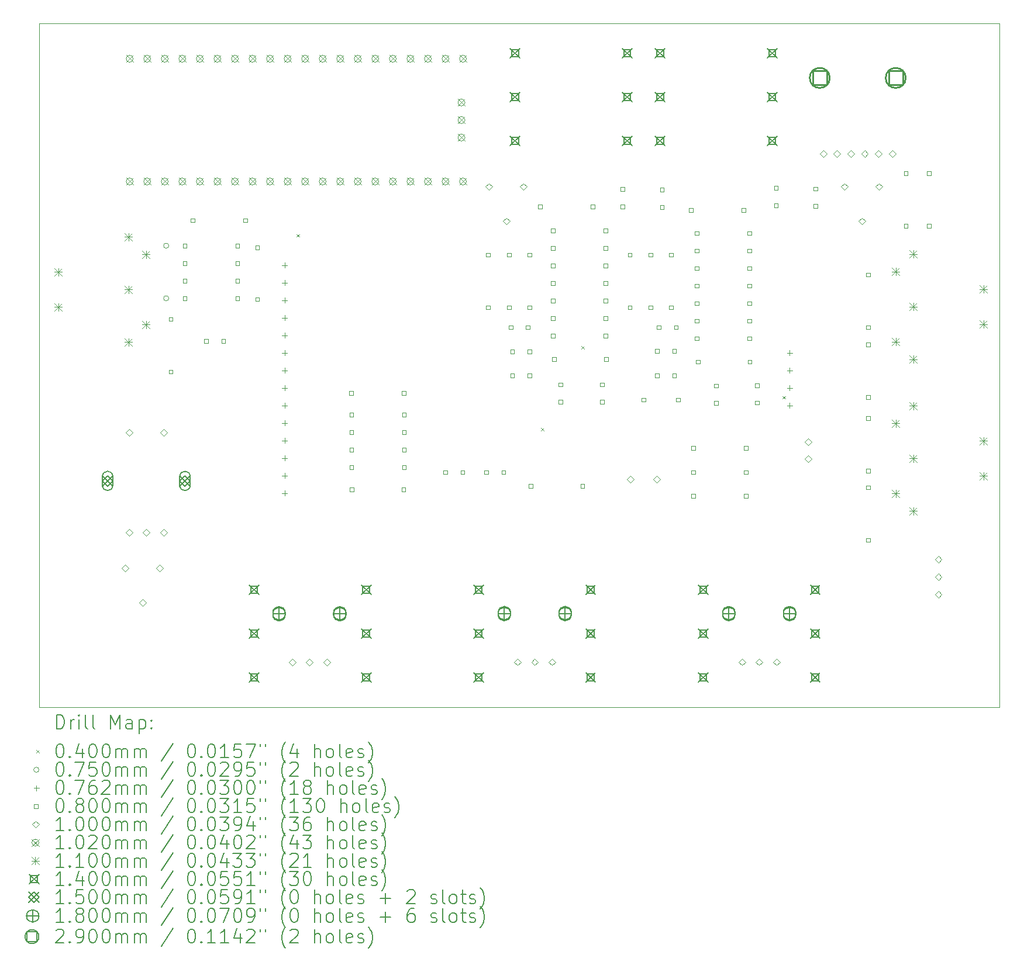
<source format=gbr>
%TF.GenerationSoftware,KiCad,Pcbnew,6.0.11+dfsg-1~bpo11+1*%
%TF.CreationDate,2023-02-20T22:15:40+01:00*%
%TF.ProjectId,v1,76312e6b-6963-4616-945f-706362585858,rev?*%
%TF.SameCoordinates,Original*%
%TF.FileFunction,Drillmap*%
%TF.FilePolarity,Positive*%
%FSLAX45Y45*%
G04 Gerber Fmt 4.5, Leading zero omitted, Abs format (unit mm)*
G04 Created by KiCad (PCBNEW 6.0.11+dfsg-1~bpo11+1) date 2023-02-20 22:15:40*
%MOMM*%
%LPD*%
G01*
G04 APERTURE LIST*
%ADD10C,0.100000*%
%ADD11C,0.200000*%
%ADD12C,0.040000*%
%ADD13C,0.075000*%
%ADD14C,0.076200*%
%ADD15C,0.080000*%
%ADD16C,0.102000*%
%ADD17C,0.110000*%
%ADD18C,0.140000*%
%ADD19C,0.150000*%
%ADD20C,0.180000*%
%ADD21C,0.290000*%
G04 APERTURE END LIST*
D10*
X23450000Y-13950000D02*
X9550000Y-13950000D01*
X9550000Y-13950000D02*
X9550000Y-4050000D01*
X9550000Y-4050000D02*
X23450000Y-4050000D01*
X23450000Y-4050000D02*
X23450000Y-13950000D01*
D11*
D12*
X13273870Y-7100420D02*
X13313870Y-7140420D01*
X13313870Y-7100420D02*
X13273870Y-7140420D01*
X16814470Y-9909480D02*
X16854470Y-9949480D01*
X16854470Y-9909480D02*
X16814470Y-9949480D01*
X17395960Y-8720960D02*
X17435960Y-8760960D01*
X17435960Y-8720960D02*
X17395960Y-8760960D01*
X20308830Y-9447270D02*
X20348830Y-9487270D01*
X20348830Y-9447270D02*
X20308830Y-9487270D01*
D13*
X11424500Y-7268500D02*
G75*
G03*
X11424500Y-7268500I-37500J0D01*
G01*
X11424500Y-8030500D02*
G75*
G03*
X11424500Y-8030500I-37500J0D01*
G01*
D14*
X13102000Y-7510900D02*
X13102000Y-7587100D01*
X13063900Y-7549000D02*
X13140100Y-7549000D01*
X13102000Y-7764900D02*
X13102000Y-7841100D01*
X13063900Y-7803000D02*
X13140100Y-7803000D01*
X13102000Y-8018900D02*
X13102000Y-8095100D01*
X13063900Y-8057000D02*
X13140100Y-8057000D01*
X13102000Y-8272900D02*
X13102000Y-8349100D01*
X13063900Y-8311000D02*
X13140100Y-8311000D01*
X13102000Y-8526900D02*
X13102000Y-8603100D01*
X13063900Y-8565000D02*
X13140100Y-8565000D01*
X13102000Y-8780900D02*
X13102000Y-8857100D01*
X13063900Y-8819000D02*
X13140100Y-8819000D01*
X13102000Y-9034900D02*
X13102000Y-9111100D01*
X13063900Y-9073000D02*
X13140100Y-9073000D01*
X13102000Y-9288900D02*
X13102000Y-9365100D01*
X13063900Y-9327000D02*
X13140100Y-9327000D01*
X13102000Y-9542900D02*
X13102000Y-9619100D01*
X13063900Y-9581000D02*
X13140100Y-9581000D01*
X13102000Y-9796900D02*
X13102000Y-9873100D01*
X13063900Y-9835000D02*
X13140100Y-9835000D01*
X13102000Y-10050900D02*
X13102000Y-10127100D01*
X13063900Y-10089000D02*
X13140100Y-10089000D01*
X13102000Y-10304900D02*
X13102000Y-10381100D01*
X13063900Y-10343000D02*
X13140100Y-10343000D01*
X13102000Y-10558900D02*
X13102000Y-10635100D01*
X13063900Y-10597000D02*
X13140100Y-10597000D01*
X13102000Y-10812900D02*
X13102000Y-10889100D01*
X13063900Y-10851000D02*
X13140100Y-10851000D01*
X20415000Y-8780900D02*
X20415000Y-8857100D01*
X20376900Y-8819000D02*
X20453100Y-8819000D01*
X20415000Y-9034900D02*
X20415000Y-9111100D01*
X20376900Y-9073000D02*
X20453100Y-9073000D01*
X20415000Y-9288900D02*
X20415000Y-9365100D01*
X20376900Y-9327000D02*
X20453100Y-9327000D01*
X20415000Y-9542900D02*
X20415000Y-9619100D01*
X20376900Y-9581000D02*
X20453100Y-9581000D01*
D15*
X11483684Y-8359484D02*
X11483684Y-8302915D01*
X11427115Y-8302915D01*
X11427115Y-8359484D01*
X11483684Y-8359484D01*
X11483684Y-9121485D02*
X11483684Y-9064916D01*
X11427115Y-9064916D01*
X11427115Y-9121485D01*
X11483684Y-9121485D01*
X11685284Y-7298284D02*
X11685284Y-7241715D01*
X11628715Y-7241715D01*
X11628715Y-7298284D01*
X11685284Y-7298284D01*
X11685284Y-7552284D02*
X11685284Y-7495715D01*
X11628715Y-7495715D01*
X11628715Y-7552284D01*
X11685284Y-7552284D01*
X11685284Y-7806284D02*
X11685284Y-7749715D01*
X11628715Y-7749715D01*
X11628715Y-7806284D01*
X11685284Y-7806284D01*
X11685284Y-8060284D02*
X11685284Y-8003715D01*
X11628715Y-8003715D01*
X11628715Y-8060284D01*
X11685284Y-8060284D01*
X11797284Y-6928284D02*
X11797284Y-6871715D01*
X11740715Y-6871715D01*
X11740715Y-6928284D01*
X11797284Y-6928284D01*
X11994424Y-8678285D02*
X11994424Y-8621716D01*
X11937855Y-8621716D01*
X11937855Y-8678285D01*
X11994424Y-8678285D01*
X12244424Y-8678285D02*
X12244424Y-8621716D01*
X12187855Y-8621716D01*
X12187855Y-8678285D01*
X12244424Y-8678285D01*
X12447284Y-7298284D02*
X12447284Y-7241715D01*
X12390715Y-7241715D01*
X12390715Y-7298284D01*
X12447284Y-7298284D01*
X12447284Y-7552284D02*
X12447284Y-7495715D01*
X12390715Y-7495715D01*
X12390715Y-7552284D01*
X12447284Y-7552284D01*
X12447284Y-7806284D02*
X12447284Y-7749715D01*
X12390715Y-7749715D01*
X12390715Y-7806284D01*
X12447284Y-7806284D01*
X12447284Y-8060284D02*
X12447284Y-8003715D01*
X12390715Y-8003715D01*
X12390715Y-8060284D01*
X12447284Y-8060284D01*
X12559284Y-6928284D02*
X12559284Y-6871715D01*
X12502715Y-6871715D01*
X12502715Y-6928284D01*
X12559284Y-6928284D01*
X12735284Y-7323284D02*
X12735284Y-7266715D01*
X12678715Y-7266715D01*
X12678715Y-7323284D01*
X12735284Y-7323284D01*
X12735284Y-8073284D02*
X12735284Y-8016715D01*
X12678715Y-8016715D01*
X12678715Y-8073284D01*
X12735284Y-8073284D01*
X14097284Y-9428285D02*
X14097284Y-9371716D01*
X14040715Y-9371716D01*
X14040715Y-9428285D01*
X14097284Y-9428285D01*
X14098284Y-9746285D02*
X14098284Y-9689716D01*
X14041715Y-9689716D01*
X14041715Y-9746285D01*
X14098284Y-9746285D01*
X14098284Y-10000285D02*
X14098284Y-9943716D01*
X14041715Y-9943716D01*
X14041715Y-10000285D01*
X14098284Y-10000285D01*
X14098284Y-10254285D02*
X14098284Y-10197716D01*
X14041715Y-10197716D01*
X14041715Y-10254285D01*
X14098284Y-10254285D01*
X14098284Y-10508285D02*
X14098284Y-10451716D01*
X14041715Y-10451716D01*
X14041715Y-10508285D01*
X14098284Y-10508285D01*
X14103284Y-10828285D02*
X14103284Y-10771716D01*
X14046715Y-10771716D01*
X14046715Y-10828285D01*
X14103284Y-10828285D01*
X14853284Y-10828285D02*
X14853284Y-10771716D01*
X14796715Y-10771716D01*
X14796715Y-10828285D01*
X14853284Y-10828285D01*
X14859284Y-9428285D02*
X14859284Y-9371716D01*
X14802715Y-9371716D01*
X14802715Y-9428285D01*
X14859284Y-9428285D01*
X14860284Y-9746285D02*
X14860284Y-9689716D01*
X14803715Y-9689716D01*
X14803715Y-9746285D01*
X14860284Y-9746285D01*
X14860284Y-10000285D02*
X14860284Y-9943716D01*
X14803715Y-9943716D01*
X14803715Y-10000285D01*
X14860284Y-10000285D01*
X14860284Y-10254285D02*
X14860284Y-10197716D01*
X14803715Y-10197716D01*
X14803715Y-10254285D01*
X14860284Y-10254285D01*
X14860284Y-10508285D02*
X14860284Y-10451716D01*
X14803715Y-10451716D01*
X14803715Y-10508285D01*
X14860284Y-10508285D01*
X15457774Y-10578285D02*
X15457774Y-10521716D01*
X15401205Y-10521716D01*
X15401205Y-10578285D01*
X15457774Y-10578285D01*
X15707774Y-10578285D02*
X15707774Y-10521716D01*
X15651205Y-10521716D01*
X15651205Y-10578285D01*
X15707774Y-10578285D01*
X16051324Y-10578285D02*
X16051324Y-10521716D01*
X15994755Y-10521716D01*
X15994755Y-10578285D01*
X16051324Y-10578285D01*
X16078284Y-7428284D02*
X16078284Y-7371715D01*
X16021715Y-7371715D01*
X16021715Y-7428284D01*
X16078284Y-7428284D01*
X16078284Y-8190284D02*
X16078284Y-8133715D01*
X16021715Y-8133715D01*
X16021715Y-8190284D01*
X16078284Y-8190284D01*
X16301324Y-10578285D02*
X16301324Y-10521716D01*
X16244755Y-10521716D01*
X16244755Y-10578285D01*
X16301324Y-10578285D01*
X16378284Y-7428284D02*
X16378284Y-7371715D01*
X16321715Y-7371715D01*
X16321715Y-7428284D01*
X16378284Y-7428284D01*
X16378284Y-8190284D02*
X16378284Y-8133715D01*
X16321715Y-8133715D01*
X16321715Y-8190284D01*
X16378284Y-8190284D01*
X16403284Y-8478285D02*
X16403284Y-8421716D01*
X16346715Y-8421716D01*
X16346715Y-8478285D01*
X16403284Y-8478285D01*
X16428284Y-8828285D02*
X16428284Y-8771716D01*
X16371715Y-8771716D01*
X16371715Y-8828285D01*
X16428284Y-8828285D01*
X16428284Y-9178285D02*
X16428284Y-9121716D01*
X16371715Y-9121716D01*
X16371715Y-9178285D01*
X16428284Y-9178285D01*
X16653284Y-8478285D02*
X16653284Y-8421716D01*
X16596715Y-8421716D01*
X16596715Y-8478285D01*
X16653284Y-8478285D01*
X16678284Y-7428284D02*
X16678284Y-7371715D01*
X16621715Y-7371715D01*
X16621715Y-7428284D01*
X16678284Y-7428284D01*
X16678284Y-8190284D02*
X16678284Y-8133715D01*
X16621715Y-8133715D01*
X16621715Y-8190284D01*
X16678284Y-8190284D01*
X16678284Y-8828285D02*
X16678284Y-8771716D01*
X16621715Y-8771716D01*
X16621715Y-8828285D01*
X16678284Y-8828285D01*
X16678284Y-9178285D02*
X16678284Y-9121716D01*
X16621715Y-9121716D01*
X16621715Y-9178285D01*
X16678284Y-9178285D01*
X16693264Y-10778285D02*
X16693264Y-10721716D01*
X16636695Y-10721716D01*
X16636695Y-10778285D01*
X16693264Y-10778285D01*
X16830385Y-6728284D02*
X16830385Y-6671715D01*
X16773815Y-6671715D01*
X16773815Y-6728284D01*
X16830385Y-6728284D01*
X17016285Y-7078284D02*
X17016285Y-7021715D01*
X16959716Y-7021715D01*
X16959716Y-7078284D01*
X17016285Y-7078284D01*
X17016285Y-7332284D02*
X17016285Y-7275715D01*
X16959716Y-7275715D01*
X16959716Y-7332284D01*
X17016285Y-7332284D01*
X17016285Y-7586284D02*
X17016285Y-7529715D01*
X16959716Y-7529715D01*
X16959716Y-7586284D01*
X17016285Y-7586284D01*
X17016285Y-7840284D02*
X17016285Y-7783715D01*
X16959716Y-7783715D01*
X16959716Y-7840284D01*
X17016285Y-7840284D01*
X17016285Y-8094284D02*
X17016285Y-8037715D01*
X16959716Y-8037715D01*
X16959716Y-8094284D01*
X17016285Y-8094284D01*
X17016285Y-8348284D02*
X17016285Y-8291715D01*
X16959716Y-8291715D01*
X16959716Y-8348284D01*
X17016285Y-8348284D01*
X17016285Y-8602285D02*
X17016285Y-8545716D01*
X16959716Y-8545716D01*
X16959716Y-8602285D01*
X17016285Y-8602285D01*
X17033285Y-8940785D02*
X17033285Y-8884216D01*
X16976716Y-8884216D01*
X16976716Y-8940785D01*
X17033285Y-8940785D01*
X17128285Y-9309355D02*
X17128285Y-9252786D01*
X17071716Y-9252786D01*
X17071716Y-9309355D01*
X17128285Y-9309355D01*
X17128285Y-9559355D02*
X17128285Y-9502786D01*
X17071716Y-9502786D01*
X17071716Y-9559355D01*
X17128285Y-9559355D01*
X17443265Y-10778285D02*
X17443265Y-10721716D01*
X17386696Y-10721716D01*
X17386696Y-10778285D01*
X17443265Y-10778285D01*
X17592385Y-6728284D02*
X17592385Y-6671715D01*
X17535816Y-6671715D01*
X17535816Y-6728284D01*
X17592385Y-6728284D01*
X17728285Y-9307775D02*
X17728285Y-9251206D01*
X17671716Y-9251206D01*
X17671716Y-9307775D01*
X17728285Y-9307775D01*
X17728285Y-9557775D02*
X17728285Y-9501206D01*
X17671716Y-9501206D01*
X17671716Y-9557775D01*
X17728285Y-9557775D01*
X17778285Y-7078284D02*
X17778285Y-7021715D01*
X17721716Y-7021715D01*
X17721716Y-7078284D01*
X17778285Y-7078284D01*
X17778285Y-7332284D02*
X17778285Y-7275715D01*
X17721716Y-7275715D01*
X17721716Y-7332284D01*
X17778285Y-7332284D01*
X17778285Y-7586284D02*
X17778285Y-7529715D01*
X17721716Y-7529715D01*
X17721716Y-7586284D01*
X17778285Y-7586284D01*
X17778285Y-7840284D02*
X17778285Y-7783715D01*
X17721716Y-7783715D01*
X17721716Y-7840284D01*
X17778285Y-7840284D01*
X17778285Y-8094284D02*
X17778285Y-8037715D01*
X17721716Y-8037715D01*
X17721716Y-8094284D01*
X17778285Y-8094284D01*
X17778285Y-8348284D02*
X17778285Y-8291715D01*
X17721716Y-8291715D01*
X17721716Y-8348284D01*
X17778285Y-8348284D01*
X17778285Y-8602285D02*
X17778285Y-8545716D01*
X17721716Y-8545716D01*
X17721716Y-8602285D01*
X17778285Y-8602285D01*
X17783285Y-8940785D02*
X17783285Y-8884216D01*
X17726716Y-8884216D01*
X17726716Y-8940785D01*
X17783285Y-8940785D01*
X18023685Y-6478284D02*
X18023685Y-6421715D01*
X17967116Y-6421715D01*
X17967116Y-6478284D01*
X18023685Y-6478284D01*
X18023685Y-6728284D02*
X18023685Y-6671715D01*
X17967116Y-6671715D01*
X17967116Y-6728284D01*
X18023685Y-6728284D01*
X18128285Y-7428284D02*
X18128285Y-7371715D01*
X18071716Y-7371715D01*
X18071716Y-7428284D01*
X18128285Y-7428284D01*
X18128285Y-8190284D02*
X18128285Y-8133715D01*
X18071716Y-8133715D01*
X18071716Y-8190284D01*
X18128285Y-8190284D01*
X18328285Y-9528285D02*
X18328285Y-9471716D01*
X18271716Y-9471716D01*
X18271716Y-9528285D01*
X18328285Y-9528285D01*
X18428285Y-7428284D02*
X18428285Y-7371715D01*
X18371716Y-7371715D01*
X18371716Y-7428284D01*
X18428285Y-7428284D01*
X18428285Y-8190284D02*
X18428285Y-8133715D01*
X18371716Y-8133715D01*
X18371716Y-8190284D01*
X18428285Y-8190284D01*
X18523285Y-8820285D02*
X18523285Y-8763716D01*
X18466716Y-8763716D01*
X18466716Y-8820285D01*
X18523285Y-8820285D01*
X18523285Y-9178285D02*
X18523285Y-9121716D01*
X18466716Y-9121716D01*
X18466716Y-9178285D01*
X18523285Y-9178285D01*
X18548285Y-8478285D02*
X18548285Y-8421716D01*
X18491716Y-8421716D01*
X18491716Y-8478285D01*
X18548285Y-8478285D01*
X18595685Y-6485814D02*
X18595685Y-6429245D01*
X18539116Y-6429245D01*
X18539116Y-6485814D01*
X18595685Y-6485814D01*
X18595685Y-6735814D02*
X18595685Y-6679245D01*
X18539116Y-6679245D01*
X18539116Y-6735814D01*
X18595685Y-6735814D01*
X18728285Y-7428284D02*
X18728285Y-7371715D01*
X18671716Y-7371715D01*
X18671716Y-7428284D01*
X18728285Y-7428284D01*
X18728285Y-8190284D02*
X18728285Y-8133715D01*
X18671716Y-8133715D01*
X18671716Y-8190284D01*
X18728285Y-8190284D01*
X18773285Y-8820285D02*
X18773285Y-8763716D01*
X18716716Y-8763716D01*
X18716716Y-8820285D01*
X18773285Y-8820285D01*
X18773285Y-9178285D02*
X18773285Y-9121716D01*
X18716716Y-9121716D01*
X18716716Y-9178285D01*
X18773285Y-9178285D01*
X18798285Y-8478285D02*
X18798285Y-8421716D01*
X18741716Y-8421716D01*
X18741716Y-8478285D01*
X18798285Y-8478285D01*
X18828285Y-9528285D02*
X18828285Y-9471716D01*
X18771716Y-9471716D01*
X18771716Y-9528285D01*
X18828285Y-9528285D01*
X19014785Y-6778284D02*
X19014785Y-6721715D01*
X18958216Y-6721715D01*
X18958216Y-6778284D01*
X19014785Y-6778284D01*
X19047285Y-10228285D02*
X19047285Y-10171716D01*
X18990716Y-10171716D01*
X18990716Y-10228285D01*
X19047285Y-10228285D01*
X19047285Y-10578285D02*
X19047285Y-10521716D01*
X18990716Y-10521716D01*
X18990716Y-10578285D01*
X19047285Y-10578285D01*
X19047285Y-10919285D02*
X19047285Y-10862716D01*
X18990716Y-10862716D01*
X18990716Y-10919285D01*
X19047285Y-10919285D01*
X19096285Y-7115784D02*
X19096285Y-7059215D01*
X19039716Y-7059215D01*
X19039716Y-7115784D01*
X19096285Y-7115784D01*
X19096285Y-7369784D02*
X19096285Y-7313215D01*
X19039716Y-7313215D01*
X19039716Y-7369784D01*
X19096285Y-7369784D01*
X19096285Y-7623784D02*
X19096285Y-7567215D01*
X19039716Y-7567215D01*
X19039716Y-7623784D01*
X19096285Y-7623784D01*
X19096285Y-7877784D02*
X19096285Y-7821215D01*
X19039716Y-7821215D01*
X19039716Y-7877784D01*
X19096285Y-7877784D01*
X19096285Y-8131784D02*
X19096285Y-8075215D01*
X19039716Y-8075215D01*
X19039716Y-8131784D01*
X19096285Y-8131784D01*
X19096285Y-8385784D02*
X19096285Y-8329215D01*
X19039716Y-8329215D01*
X19039716Y-8385784D01*
X19096285Y-8385784D01*
X19096285Y-8639785D02*
X19096285Y-8583216D01*
X19039716Y-8583216D01*
X19039716Y-8639785D01*
X19096285Y-8639785D01*
X19113285Y-8978285D02*
X19113285Y-8921716D01*
X19056716Y-8921716D01*
X19056716Y-8978285D01*
X19113285Y-8978285D01*
X19378285Y-9325725D02*
X19378285Y-9269156D01*
X19321716Y-9269156D01*
X19321716Y-9325725D01*
X19378285Y-9325725D01*
X19378285Y-9575725D02*
X19378285Y-9519156D01*
X19321716Y-9519156D01*
X19321716Y-9575725D01*
X19378285Y-9575725D01*
X19776785Y-6778284D02*
X19776785Y-6721715D01*
X19720216Y-6721715D01*
X19720216Y-6778284D01*
X19776785Y-6778284D01*
X19809285Y-10228285D02*
X19809285Y-10171716D01*
X19752716Y-10171716D01*
X19752716Y-10228285D01*
X19809285Y-10228285D01*
X19809285Y-10578285D02*
X19809285Y-10521716D01*
X19752716Y-10521716D01*
X19752716Y-10578285D01*
X19809285Y-10578285D01*
X19809285Y-10919285D02*
X19809285Y-10862716D01*
X19752716Y-10862716D01*
X19752716Y-10919285D01*
X19809285Y-10919285D01*
X19858285Y-7115784D02*
X19858285Y-7059215D01*
X19801716Y-7059215D01*
X19801716Y-7115784D01*
X19858285Y-7115784D01*
X19858285Y-7369784D02*
X19858285Y-7313215D01*
X19801716Y-7313215D01*
X19801716Y-7369784D01*
X19858285Y-7369784D01*
X19858285Y-7623784D02*
X19858285Y-7567215D01*
X19801716Y-7567215D01*
X19801716Y-7623784D01*
X19858285Y-7623784D01*
X19858285Y-7877784D02*
X19858285Y-7821215D01*
X19801716Y-7821215D01*
X19801716Y-7877784D01*
X19858285Y-7877784D01*
X19858285Y-8131784D02*
X19858285Y-8075215D01*
X19801716Y-8075215D01*
X19801716Y-8131784D01*
X19858285Y-8131784D01*
X19858285Y-8385784D02*
X19858285Y-8329215D01*
X19801716Y-8329215D01*
X19801716Y-8385784D01*
X19858285Y-8385784D01*
X19858285Y-8639785D02*
X19858285Y-8583216D01*
X19801716Y-8583216D01*
X19801716Y-8639785D01*
X19858285Y-8639785D01*
X19863285Y-8978285D02*
X19863285Y-8921716D01*
X19806716Y-8921716D01*
X19806716Y-8978285D01*
X19863285Y-8978285D01*
X19971285Y-9320665D02*
X19971285Y-9264096D01*
X19914716Y-9264096D01*
X19914716Y-9320665D01*
X19971285Y-9320665D01*
X19971285Y-9570665D02*
X19971285Y-9514096D01*
X19914716Y-9514096D01*
X19914716Y-9570665D01*
X19971285Y-9570665D01*
X20246685Y-6461254D02*
X20246685Y-6404685D01*
X20190116Y-6404685D01*
X20190116Y-6461254D01*
X20246685Y-6461254D01*
X20246685Y-6711254D02*
X20246685Y-6654685D01*
X20190116Y-6654685D01*
X20190116Y-6711254D01*
X20246685Y-6711254D01*
X20817185Y-6472684D02*
X20817185Y-6416115D01*
X20760616Y-6416115D01*
X20760616Y-6472684D01*
X20817185Y-6472684D01*
X20817185Y-6722684D02*
X20817185Y-6666115D01*
X20760616Y-6666115D01*
X20760616Y-6722684D01*
X20817185Y-6722684D01*
X21578285Y-7716284D02*
X21578285Y-7659715D01*
X21521716Y-7659715D01*
X21521716Y-7716284D01*
X21578285Y-7716284D01*
X21578285Y-8478285D02*
X21578285Y-8421716D01*
X21521716Y-8421716D01*
X21521716Y-8478285D01*
X21578285Y-8478285D01*
X21578285Y-8728285D02*
X21578285Y-8671716D01*
X21521716Y-8671716D01*
X21521716Y-8728285D01*
X21578285Y-8728285D01*
X21578285Y-9490285D02*
X21578285Y-9433716D01*
X21521716Y-9433716D01*
X21521716Y-9490285D01*
X21578285Y-9490285D01*
X21578285Y-9797285D02*
X21578285Y-9740716D01*
X21521716Y-9740716D01*
X21521716Y-9797285D01*
X21578285Y-9797285D01*
X21578285Y-10559285D02*
X21578285Y-10502716D01*
X21521716Y-10502716D01*
X21521716Y-10559285D01*
X21578285Y-10559285D01*
X21578285Y-10797285D02*
X21578285Y-10740716D01*
X21521716Y-10740716D01*
X21521716Y-10797285D01*
X21578285Y-10797285D01*
X21578285Y-11559284D02*
X21578285Y-11502715D01*
X21521716Y-11502715D01*
X21521716Y-11559284D01*
X21578285Y-11559284D01*
X22126285Y-6247284D02*
X22126285Y-6190715D01*
X22069716Y-6190715D01*
X22069716Y-6247284D01*
X22126285Y-6247284D01*
X22126285Y-7009284D02*
X22126285Y-6952715D01*
X22069716Y-6952715D01*
X22069716Y-7009284D01*
X22126285Y-7009284D01*
X22457284Y-6247284D02*
X22457284Y-6190715D01*
X22400715Y-6190715D01*
X22400715Y-6247284D01*
X22457284Y-6247284D01*
X22457284Y-7009284D02*
X22457284Y-6952715D01*
X22400715Y-6952715D01*
X22400715Y-7009284D01*
X22457284Y-7009284D01*
D10*
X10795000Y-11988000D02*
X10845000Y-11938000D01*
X10795000Y-11888000D01*
X10745000Y-11938000D01*
X10795000Y-11988000D01*
X10850000Y-10025000D02*
X10900000Y-9975000D01*
X10850000Y-9925000D01*
X10800000Y-9975000D01*
X10850000Y-10025000D01*
X10850000Y-11475000D02*
X10900000Y-11425000D01*
X10850000Y-11375000D01*
X10800000Y-11425000D01*
X10850000Y-11475000D01*
X11045000Y-12488000D02*
X11095000Y-12438000D01*
X11045000Y-12388000D01*
X10995000Y-12438000D01*
X11045000Y-12488000D01*
X11100000Y-11475000D02*
X11150000Y-11425000D01*
X11100000Y-11375000D01*
X11050000Y-11425000D01*
X11100000Y-11475000D01*
X11295000Y-11988000D02*
X11345000Y-11938000D01*
X11295000Y-11888000D01*
X11245000Y-11938000D01*
X11295000Y-11988000D01*
X11350000Y-10025000D02*
X11400000Y-9975000D01*
X11350000Y-9925000D01*
X11300000Y-9975000D01*
X11350000Y-10025000D01*
X11350000Y-11475000D02*
X11400000Y-11425000D01*
X11350000Y-11375000D01*
X11300000Y-11425000D01*
X11350000Y-11475000D01*
X13212000Y-13350000D02*
X13262000Y-13300000D01*
X13212000Y-13250000D01*
X13162000Y-13300000D01*
X13212000Y-13350000D01*
X13462000Y-13350000D02*
X13512000Y-13300000D01*
X13462000Y-13250000D01*
X13412000Y-13300000D01*
X13462000Y-13350000D01*
X13712000Y-13350000D02*
X13762000Y-13300000D01*
X13712000Y-13250000D01*
X13662000Y-13300000D01*
X13712000Y-13350000D01*
X16060800Y-6463500D02*
X16110800Y-6413500D01*
X16060800Y-6363500D01*
X16010800Y-6413500D01*
X16060800Y-6463500D01*
X16310800Y-6963500D02*
X16360800Y-6913500D01*
X16310800Y-6863500D01*
X16260800Y-6913500D01*
X16310800Y-6963500D01*
X16474000Y-13347500D02*
X16524000Y-13297500D01*
X16474000Y-13247500D01*
X16424000Y-13297500D01*
X16474000Y-13347500D01*
X16560800Y-6463500D02*
X16610800Y-6413500D01*
X16560800Y-6363500D01*
X16510800Y-6413500D01*
X16560800Y-6463500D01*
X16724000Y-13347500D02*
X16774000Y-13297500D01*
X16724000Y-13247500D01*
X16674000Y-13297500D01*
X16724000Y-13347500D01*
X16974000Y-13347500D02*
X17024000Y-13297500D01*
X16974000Y-13247500D01*
X16924000Y-13297500D01*
X16974000Y-13347500D01*
X18107070Y-10700000D02*
X18157070Y-10650000D01*
X18107070Y-10600000D01*
X18057070Y-10650000D01*
X18107070Y-10700000D01*
X18487070Y-10700000D02*
X18537070Y-10650000D01*
X18487070Y-10600000D01*
X18437070Y-10650000D01*
X18487070Y-10700000D01*
X19723500Y-13347500D02*
X19773500Y-13297500D01*
X19723500Y-13247500D01*
X19673500Y-13297500D01*
X19723500Y-13347500D01*
X19973500Y-13347500D02*
X20023500Y-13297500D01*
X19973500Y-13247500D01*
X19923500Y-13297500D01*
X19973500Y-13347500D01*
X20223500Y-13347500D02*
X20273500Y-13297500D01*
X20223500Y-13247500D01*
X20173500Y-13297500D01*
X20223500Y-13347500D01*
X20681000Y-10157000D02*
X20731000Y-10107000D01*
X20681000Y-10057000D01*
X20631000Y-10107000D01*
X20681000Y-10157000D01*
X20681000Y-10407000D02*
X20731000Y-10357000D01*
X20681000Y-10307000D01*
X20631000Y-10357000D01*
X20681000Y-10407000D01*
X20900000Y-5987500D02*
X20950000Y-5937500D01*
X20900000Y-5887500D01*
X20850000Y-5937500D01*
X20900000Y-5987500D01*
X21100000Y-5987500D02*
X21150000Y-5937500D01*
X21100000Y-5887500D01*
X21050000Y-5937500D01*
X21100000Y-5987500D01*
X21209000Y-6463500D02*
X21259000Y-6413500D01*
X21209000Y-6363500D01*
X21159000Y-6413500D01*
X21209000Y-6463500D01*
X21300000Y-5987500D02*
X21350000Y-5937500D01*
X21300000Y-5887500D01*
X21250000Y-5937500D01*
X21300000Y-5987500D01*
X21459000Y-6963500D02*
X21509000Y-6913500D01*
X21459000Y-6863500D01*
X21409000Y-6913500D01*
X21459000Y-6963500D01*
X21500000Y-5987500D02*
X21550000Y-5937500D01*
X21500000Y-5887500D01*
X21450000Y-5937500D01*
X21500000Y-5987500D01*
X21700000Y-5987500D02*
X21750000Y-5937500D01*
X21700000Y-5887500D01*
X21650000Y-5937500D01*
X21700000Y-5987500D01*
X21709000Y-6463500D02*
X21759000Y-6413500D01*
X21709000Y-6363500D01*
X21659000Y-6413500D01*
X21709000Y-6463500D01*
X21900000Y-5987500D02*
X21950000Y-5937500D01*
X21900000Y-5887500D01*
X21850000Y-5937500D01*
X21900000Y-5987500D01*
X22567300Y-11861000D02*
X22617300Y-11811000D01*
X22567300Y-11761000D01*
X22517300Y-11811000D01*
X22567300Y-11861000D01*
X22567300Y-12115000D02*
X22617300Y-12065000D01*
X22567300Y-12015000D01*
X22517300Y-12065000D01*
X22567300Y-12115000D01*
X22567300Y-12369000D02*
X22617300Y-12319000D01*
X22567300Y-12269000D01*
X22517300Y-12319000D01*
X22567300Y-12369000D01*
D16*
X10808400Y-4508300D02*
X10910400Y-4610300D01*
X10910400Y-4508300D02*
X10808400Y-4610300D01*
X10910400Y-4559300D02*
G75*
G03*
X10910400Y-4559300I-51000J0D01*
G01*
X10808400Y-6286300D02*
X10910400Y-6388300D01*
X10910400Y-6286300D02*
X10808400Y-6388300D01*
X10910400Y-6337300D02*
G75*
G03*
X10910400Y-6337300I-51000J0D01*
G01*
X11062400Y-4508300D02*
X11164400Y-4610300D01*
X11164400Y-4508300D02*
X11062400Y-4610300D01*
X11164400Y-4559300D02*
G75*
G03*
X11164400Y-4559300I-51000J0D01*
G01*
X11062400Y-6286300D02*
X11164400Y-6388300D01*
X11164400Y-6286300D02*
X11062400Y-6388300D01*
X11164400Y-6337300D02*
G75*
G03*
X11164400Y-6337300I-51000J0D01*
G01*
X11316400Y-4508300D02*
X11418400Y-4610300D01*
X11418400Y-4508300D02*
X11316400Y-4610300D01*
X11418400Y-4559300D02*
G75*
G03*
X11418400Y-4559300I-51000J0D01*
G01*
X11316400Y-6286300D02*
X11418400Y-6388300D01*
X11418400Y-6286300D02*
X11316400Y-6388300D01*
X11418400Y-6337300D02*
G75*
G03*
X11418400Y-6337300I-51000J0D01*
G01*
X11570400Y-4508300D02*
X11672400Y-4610300D01*
X11672400Y-4508300D02*
X11570400Y-4610300D01*
X11672400Y-4559300D02*
G75*
G03*
X11672400Y-4559300I-51000J0D01*
G01*
X11570400Y-6286300D02*
X11672400Y-6388300D01*
X11672400Y-6286300D02*
X11570400Y-6388300D01*
X11672400Y-6337300D02*
G75*
G03*
X11672400Y-6337300I-51000J0D01*
G01*
X11824400Y-4508300D02*
X11926400Y-4610300D01*
X11926400Y-4508300D02*
X11824400Y-4610300D01*
X11926400Y-4559300D02*
G75*
G03*
X11926400Y-4559300I-51000J0D01*
G01*
X11824400Y-6286300D02*
X11926400Y-6388300D01*
X11926400Y-6286300D02*
X11824400Y-6388300D01*
X11926400Y-6337300D02*
G75*
G03*
X11926400Y-6337300I-51000J0D01*
G01*
X12078400Y-4508300D02*
X12180400Y-4610300D01*
X12180400Y-4508300D02*
X12078400Y-4610300D01*
X12180400Y-4559300D02*
G75*
G03*
X12180400Y-4559300I-51000J0D01*
G01*
X12078400Y-6286300D02*
X12180400Y-6388300D01*
X12180400Y-6286300D02*
X12078400Y-6388300D01*
X12180400Y-6337300D02*
G75*
G03*
X12180400Y-6337300I-51000J0D01*
G01*
X12332400Y-4508300D02*
X12434400Y-4610300D01*
X12434400Y-4508300D02*
X12332400Y-4610300D01*
X12434400Y-4559300D02*
G75*
G03*
X12434400Y-4559300I-51000J0D01*
G01*
X12332400Y-6286300D02*
X12434400Y-6388300D01*
X12434400Y-6286300D02*
X12332400Y-6388300D01*
X12434400Y-6337300D02*
G75*
G03*
X12434400Y-6337300I-51000J0D01*
G01*
X12586400Y-4508300D02*
X12688400Y-4610300D01*
X12688400Y-4508300D02*
X12586400Y-4610300D01*
X12688400Y-4559300D02*
G75*
G03*
X12688400Y-4559300I-51000J0D01*
G01*
X12586400Y-6286300D02*
X12688400Y-6388300D01*
X12688400Y-6286300D02*
X12586400Y-6388300D01*
X12688400Y-6337300D02*
G75*
G03*
X12688400Y-6337300I-51000J0D01*
G01*
X12840400Y-4508300D02*
X12942400Y-4610300D01*
X12942400Y-4508300D02*
X12840400Y-4610300D01*
X12942400Y-4559300D02*
G75*
G03*
X12942400Y-4559300I-51000J0D01*
G01*
X12840400Y-6286300D02*
X12942400Y-6388300D01*
X12942400Y-6286300D02*
X12840400Y-6388300D01*
X12942400Y-6337300D02*
G75*
G03*
X12942400Y-6337300I-51000J0D01*
G01*
X13094400Y-4508300D02*
X13196400Y-4610300D01*
X13196400Y-4508300D02*
X13094400Y-4610300D01*
X13196400Y-4559300D02*
G75*
G03*
X13196400Y-4559300I-51000J0D01*
G01*
X13094400Y-6286300D02*
X13196400Y-6388300D01*
X13196400Y-6286300D02*
X13094400Y-6388300D01*
X13196400Y-6337300D02*
G75*
G03*
X13196400Y-6337300I-51000J0D01*
G01*
X13348400Y-4508300D02*
X13450400Y-4610300D01*
X13450400Y-4508300D02*
X13348400Y-4610300D01*
X13450400Y-4559300D02*
G75*
G03*
X13450400Y-4559300I-51000J0D01*
G01*
X13348400Y-6286300D02*
X13450400Y-6388300D01*
X13450400Y-6286300D02*
X13348400Y-6388300D01*
X13450400Y-6337300D02*
G75*
G03*
X13450400Y-6337300I-51000J0D01*
G01*
X13602400Y-4508300D02*
X13704400Y-4610300D01*
X13704400Y-4508300D02*
X13602400Y-4610300D01*
X13704400Y-4559300D02*
G75*
G03*
X13704400Y-4559300I-51000J0D01*
G01*
X13602400Y-6286300D02*
X13704400Y-6388300D01*
X13704400Y-6286300D02*
X13602400Y-6388300D01*
X13704400Y-6337300D02*
G75*
G03*
X13704400Y-6337300I-51000J0D01*
G01*
X13856400Y-4508300D02*
X13958400Y-4610300D01*
X13958400Y-4508300D02*
X13856400Y-4610300D01*
X13958400Y-4559300D02*
G75*
G03*
X13958400Y-4559300I-51000J0D01*
G01*
X13856400Y-6286300D02*
X13958400Y-6388300D01*
X13958400Y-6286300D02*
X13856400Y-6388300D01*
X13958400Y-6337300D02*
G75*
G03*
X13958400Y-6337300I-51000J0D01*
G01*
X14110400Y-4508300D02*
X14212400Y-4610300D01*
X14212400Y-4508300D02*
X14110400Y-4610300D01*
X14212400Y-4559300D02*
G75*
G03*
X14212400Y-4559300I-51000J0D01*
G01*
X14110400Y-6286300D02*
X14212400Y-6388300D01*
X14212400Y-6286300D02*
X14110400Y-6388300D01*
X14212400Y-6337300D02*
G75*
G03*
X14212400Y-6337300I-51000J0D01*
G01*
X14364400Y-4508300D02*
X14466400Y-4610300D01*
X14466400Y-4508300D02*
X14364400Y-4610300D01*
X14466400Y-4559300D02*
G75*
G03*
X14466400Y-4559300I-51000J0D01*
G01*
X14364400Y-6286300D02*
X14466400Y-6388300D01*
X14466400Y-6286300D02*
X14364400Y-6388300D01*
X14466400Y-6337300D02*
G75*
G03*
X14466400Y-6337300I-51000J0D01*
G01*
X14618400Y-4508300D02*
X14720400Y-4610300D01*
X14720400Y-4508300D02*
X14618400Y-4610300D01*
X14720400Y-4559300D02*
G75*
G03*
X14720400Y-4559300I-51000J0D01*
G01*
X14618400Y-6286300D02*
X14720400Y-6388300D01*
X14720400Y-6286300D02*
X14618400Y-6388300D01*
X14720400Y-6337300D02*
G75*
G03*
X14720400Y-6337300I-51000J0D01*
G01*
X14872400Y-4508300D02*
X14974400Y-4610300D01*
X14974400Y-4508300D02*
X14872400Y-4610300D01*
X14974400Y-4559300D02*
G75*
G03*
X14974400Y-4559300I-51000J0D01*
G01*
X14872400Y-6286300D02*
X14974400Y-6388300D01*
X14974400Y-6286300D02*
X14872400Y-6388300D01*
X14974400Y-6337300D02*
G75*
G03*
X14974400Y-6337300I-51000J0D01*
G01*
X15126400Y-4508300D02*
X15228400Y-4610300D01*
X15228400Y-4508300D02*
X15126400Y-4610300D01*
X15228400Y-4559300D02*
G75*
G03*
X15228400Y-4559300I-51000J0D01*
G01*
X15126400Y-6286300D02*
X15228400Y-6388300D01*
X15228400Y-6286300D02*
X15126400Y-6388300D01*
X15228400Y-6337300D02*
G75*
G03*
X15228400Y-6337300I-51000J0D01*
G01*
X15380400Y-4508300D02*
X15482400Y-4610300D01*
X15482400Y-4508300D02*
X15380400Y-4610300D01*
X15482400Y-4559300D02*
G75*
G03*
X15482400Y-4559300I-51000J0D01*
G01*
X15380400Y-6286300D02*
X15482400Y-6388300D01*
X15482400Y-6286300D02*
X15380400Y-6388300D01*
X15482400Y-6337300D02*
G75*
G03*
X15482400Y-6337300I-51000J0D01*
G01*
X15611400Y-5143300D02*
X15713400Y-5245300D01*
X15713400Y-5143300D02*
X15611400Y-5245300D01*
X15713400Y-5194300D02*
G75*
G03*
X15713400Y-5194300I-51000J0D01*
G01*
X15611400Y-5397300D02*
X15713400Y-5499300D01*
X15713400Y-5397300D02*
X15611400Y-5499300D01*
X15713400Y-5448300D02*
G75*
G03*
X15713400Y-5448300I-51000J0D01*
G01*
X15611400Y-5651300D02*
X15713400Y-5753300D01*
X15713400Y-5651300D02*
X15611400Y-5753300D01*
X15713400Y-5702300D02*
G75*
G03*
X15713400Y-5702300I-51000J0D01*
G01*
X15634400Y-4508300D02*
X15736400Y-4610300D01*
X15736400Y-4508300D02*
X15634400Y-4610300D01*
X15736400Y-4559300D02*
G75*
G03*
X15736400Y-4559300I-51000J0D01*
G01*
X15634400Y-6286300D02*
X15736400Y-6388300D01*
X15736400Y-6286300D02*
X15634400Y-6388300D01*
X15736400Y-6337300D02*
G75*
G03*
X15736400Y-6337300I-51000J0D01*
G01*
D17*
X9773500Y-7591000D02*
X9883500Y-7701000D01*
X9883500Y-7591000D02*
X9773500Y-7701000D01*
X9828500Y-7591000D02*
X9828500Y-7701000D01*
X9773500Y-7646000D02*
X9883500Y-7646000D01*
X9773500Y-8099000D02*
X9883500Y-8209000D01*
X9883500Y-8099000D02*
X9773500Y-8209000D01*
X9828500Y-8099000D02*
X9828500Y-8209000D01*
X9773500Y-8154000D02*
X9883500Y-8154000D01*
X10789500Y-7083000D02*
X10899500Y-7193000D01*
X10899500Y-7083000D02*
X10789500Y-7193000D01*
X10844500Y-7083000D02*
X10844500Y-7193000D01*
X10789500Y-7138000D02*
X10899500Y-7138000D01*
X10789500Y-7845000D02*
X10899500Y-7955000D01*
X10899500Y-7845000D02*
X10789500Y-7955000D01*
X10844500Y-7845000D02*
X10844500Y-7955000D01*
X10789500Y-7900000D02*
X10899500Y-7900000D01*
X10789500Y-8607000D02*
X10899500Y-8717000D01*
X10899500Y-8607000D02*
X10789500Y-8717000D01*
X10844500Y-8607000D02*
X10844500Y-8717000D01*
X10789500Y-8662000D02*
X10899500Y-8662000D01*
X11043500Y-7337000D02*
X11153500Y-7447000D01*
X11153500Y-7337000D02*
X11043500Y-7447000D01*
X11098500Y-7337000D02*
X11098500Y-7447000D01*
X11043500Y-7392000D02*
X11153500Y-7392000D01*
X11043500Y-8353000D02*
X11153500Y-8463000D01*
X11153500Y-8353000D02*
X11043500Y-8463000D01*
X11098500Y-8353000D02*
X11098500Y-8463000D01*
X11043500Y-8408000D02*
X11153500Y-8408000D01*
X21896500Y-7587000D02*
X22006500Y-7697000D01*
X22006500Y-7587000D02*
X21896500Y-7697000D01*
X21951500Y-7587000D02*
X21951500Y-7697000D01*
X21896500Y-7642000D02*
X22006500Y-7642000D01*
X21896500Y-8603000D02*
X22006500Y-8713000D01*
X22006500Y-8603000D02*
X21896500Y-8713000D01*
X21951500Y-8603000D02*
X21951500Y-8713000D01*
X21896500Y-8658000D02*
X22006500Y-8658000D01*
X21896500Y-9787000D02*
X22006500Y-9897000D01*
X22006500Y-9787000D02*
X21896500Y-9897000D01*
X21951500Y-9787000D02*
X21951500Y-9897000D01*
X21896500Y-9842000D02*
X22006500Y-9842000D01*
X21896500Y-10803000D02*
X22006500Y-10913000D01*
X22006500Y-10803000D02*
X21896500Y-10913000D01*
X21951500Y-10803000D02*
X21951500Y-10913000D01*
X21896500Y-10858000D02*
X22006500Y-10858000D01*
X22150500Y-7333000D02*
X22260500Y-7443000D01*
X22260500Y-7333000D02*
X22150500Y-7443000D01*
X22205500Y-7333000D02*
X22205500Y-7443000D01*
X22150500Y-7388000D02*
X22260500Y-7388000D01*
X22150500Y-8095000D02*
X22260500Y-8205000D01*
X22260500Y-8095000D02*
X22150500Y-8205000D01*
X22205500Y-8095000D02*
X22205500Y-8205000D01*
X22150500Y-8150000D02*
X22260500Y-8150000D01*
X22150500Y-8857000D02*
X22260500Y-8967000D01*
X22260500Y-8857000D02*
X22150500Y-8967000D01*
X22205500Y-8857000D02*
X22205500Y-8967000D01*
X22150500Y-8912000D02*
X22260500Y-8912000D01*
X22150500Y-9533000D02*
X22260500Y-9643000D01*
X22260500Y-9533000D02*
X22150500Y-9643000D01*
X22205500Y-9533000D02*
X22205500Y-9643000D01*
X22150500Y-9588000D02*
X22260500Y-9588000D01*
X22150500Y-10295000D02*
X22260500Y-10405000D01*
X22260500Y-10295000D02*
X22150500Y-10405000D01*
X22205500Y-10295000D02*
X22205500Y-10405000D01*
X22150500Y-10350000D02*
X22260500Y-10350000D01*
X22150500Y-11057000D02*
X22260500Y-11167000D01*
X22260500Y-11057000D02*
X22150500Y-11167000D01*
X22205500Y-11057000D02*
X22205500Y-11167000D01*
X22150500Y-11112000D02*
X22260500Y-11112000D01*
X23166500Y-7841000D02*
X23276500Y-7951000D01*
X23276500Y-7841000D02*
X23166500Y-7951000D01*
X23221500Y-7841000D02*
X23221500Y-7951000D01*
X23166500Y-7896000D02*
X23276500Y-7896000D01*
X23166500Y-8349000D02*
X23276500Y-8459000D01*
X23276500Y-8349000D02*
X23166500Y-8459000D01*
X23221500Y-8349000D02*
X23221500Y-8459000D01*
X23166500Y-8404000D02*
X23276500Y-8404000D01*
X23166500Y-10041000D02*
X23276500Y-10151000D01*
X23276500Y-10041000D02*
X23166500Y-10151000D01*
X23221500Y-10041000D02*
X23221500Y-10151000D01*
X23166500Y-10096000D02*
X23276500Y-10096000D01*
X23166500Y-10549000D02*
X23276500Y-10659000D01*
X23276500Y-10549000D02*
X23166500Y-10659000D01*
X23221500Y-10549000D02*
X23221500Y-10659000D01*
X23166500Y-10604000D02*
X23276500Y-10604000D01*
D18*
X12592000Y-12180000D02*
X12732000Y-12320000D01*
X12732000Y-12180000D02*
X12592000Y-12320000D01*
X12711498Y-12299498D02*
X12711498Y-12200502D01*
X12612502Y-12200502D01*
X12612502Y-12299498D01*
X12711498Y-12299498D01*
X12592000Y-12815000D02*
X12732000Y-12955000D01*
X12732000Y-12815000D02*
X12592000Y-12955000D01*
X12711498Y-12934498D02*
X12711498Y-12835502D01*
X12612502Y-12835502D01*
X12612502Y-12934498D01*
X12711498Y-12934498D01*
X12592000Y-13450000D02*
X12732000Y-13590000D01*
X12732000Y-13450000D02*
X12592000Y-13590000D01*
X12711498Y-13569498D02*
X12711498Y-13470502D01*
X12612502Y-13470502D01*
X12612502Y-13569498D01*
X12711498Y-13569498D01*
X14215000Y-12180000D02*
X14355000Y-12320000D01*
X14355000Y-12180000D02*
X14215000Y-12320000D01*
X14334498Y-12299498D02*
X14334498Y-12200502D01*
X14235502Y-12200502D01*
X14235502Y-12299498D01*
X14334498Y-12299498D01*
X14215000Y-12815000D02*
X14355000Y-12955000D01*
X14355000Y-12815000D02*
X14215000Y-12955000D01*
X14334498Y-12934498D02*
X14334498Y-12835502D01*
X14235502Y-12835502D01*
X14235502Y-12934498D01*
X14334498Y-12934498D01*
X14215000Y-13450000D02*
X14355000Y-13590000D01*
X14355000Y-13450000D02*
X14215000Y-13590000D01*
X14334498Y-13569498D02*
X14334498Y-13470502D01*
X14235502Y-13470502D01*
X14235502Y-13569498D01*
X14334498Y-13569498D01*
X15842000Y-12180000D02*
X15982000Y-12320000D01*
X15982000Y-12180000D02*
X15842000Y-12320000D01*
X15961498Y-12299498D02*
X15961498Y-12200502D01*
X15862502Y-12200502D01*
X15862502Y-12299498D01*
X15961498Y-12299498D01*
X15842000Y-12815000D02*
X15982000Y-12955000D01*
X15982000Y-12815000D02*
X15842000Y-12955000D01*
X15961498Y-12934498D02*
X15961498Y-12835502D01*
X15862502Y-12835502D01*
X15862502Y-12934498D01*
X15961498Y-12934498D01*
X15842000Y-13450000D02*
X15982000Y-13590000D01*
X15982000Y-13450000D02*
X15842000Y-13590000D01*
X15961498Y-13569498D02*
X15961498Y-13470502D01*
X15862502Y-13470502D01*
X15862502Y-13569498D01*
X15961498Y-13569498D01*
X16368500Y-4407500D02*
X16508500Y-4547500D01*
X16508500Y-4407500D02*
X16368500Y-4547500D01*
X16487998Y-4526998D02*
X16487998Y-4428002D01*
X16389002Y-4428002D01*
X16389002Y-4526998D01*
X16487998Y-4526998D01*
X16368500Y-5042500D02*
X16508500Y-5182500D01*
X16508500Y-5042500D02*
X16368500Y-5182500D01*
X16487998Y-5161998D02*
X16487998Y-5063002D01*
X16389002Y-5063002D01*
X16389002Y-5161998D01*
X16487998Y-5161998D01*
X16368500Y-5677500D02*
X16508500Y-5817500D01*
X16508500Y-5677500D02*
X16368500Y-5817500D01*
X16487998Y-5796998D02*
X16487998Y-5698002D01*
X16389002Y-5698002D01*
X16389002Y-5796998D01*
X16487998Y-5796998D01*
X17465000Y-12180000D02*
X17605000Y-12320000D01*
X17605000Y-12180000D02*
X17465000Y-12320000D01*
X17584498Y-12299498D02*
X17584498Y-12200502D01*
X17485502Y-12200502D01*
X17485502Y-12299498D01*
X17584498Y-12299498D01*
X17465000Y-12815000D02*
X17605000Y-12955000D01*
X17605000Y-12815000D02*
X17465000Y-12955000D01*
X17584498Y-12934498D02*
X17584498Y-12835502D01*
X17485502Y-12835502D01*
X17485502Y-12934498D01*
X17584498Y-12934498D01*
X17465000Y-13450000D02*
X17605000Y-13590000D01*
X17605000Y-13450000D02*
X17465000Y-13590000D01*
X17584498Y-13569498D02*
X17584498Y-13470502D01*
X17485502Y-13470502D01*
X17485502Y-13569498D01*
X17584498Y-13569498D01*
X17991500Y-4407500D02*
X18131500Y-4547500D01*
X18131500Y-4407500D02*
X17991500Y-4547500D01*
X18110998Y-4526998D02*
X18110998Y-4428002D01*
X18012002Y-4428002D01*
X18012002Y-4526998D01*
X18110998Y-4526998D01*
X17991500Y-5042500D02*
X18131500Y-5182500D01*
X18131500Y-5042500D02*
X17991500Y-5182500D01*
X18110998Y-5161998D02*
X18110998Y-5063002D01*
X18012002Y-5063002D01*
X18012002Y-5161998D01*
X18110998Y-5161998D01*
X17991500Y-5677500D02*
X18131500Y-5817500D01*
X18131500Y-5677500D02*
X17991500Y-5817500D01*
X18110998Y-5796998D02*
X18110998Y-5698002D01*
X18012002Y-5698002D01*
X18012002Y-5796998D01*
X18110998Y-5796998D01*
X18468500Y-4407500D02*
X18608500Y-4547500D01*
X18608500Y-4407500D02*
X18468500Y-4547500D01*
X18587998Y-4526998D02*
X18587998Y-4428002D01*
X18489002Y-4428002D01*
X18489002Y-4526998D01*
X18587998Y-4526998D01*
X18468500Y-5042500D02*
X18608500Y-5182500D01*
X18608500Y-5042500D02*
X18468500Y-5182500D01*
X18587998Y-5161998D02*
X18587998Y-5063002D01*
X18489002Y-5063002D01*
X18489002Y-5161998D01*
X18587998Y-5161998D01*
X18468500Y-5677500D02*
X18608500Y-5817500D01*
X18608500Y-5677500D02*
X18468500Y-5817500D01*
X18587998Y-5796998D02*
X18587998Y-5698002D01*
X18489002Y-5698002D01*
X18489002Y-5796998D01*
X18587998Y-5796998D01*
X19092000Y-12180000D02*
X19232000Y-12320000D01*
X19232000Y-12180000D02*
X19092000Y-12320000D01*
X19211498Y-12299498D02*
X19211498Y-12200502D01*
X19112502Y-12200502D01*
X19112502Y-12299498D01*
X19211498Y-12299498D01*
X19092000Y-12815000D02*
X19232000Y-12955000D01*
X19232000Y-12815000D02*
X19092000Y-12955000D01*
X19211498Y-12934498D02*
X19211498Y-12835502D01*
X19112502Y-12835502D01*
X19112502Y-12934498D01*
X19211498Y-12934498D01*
X19092000Y-13450000D02*
X19232000Y-13590000D01*
X19232000Y-13450000D02*
X19092000Y-13590000D01*
X19211498Y-13569498D02*
X19211498Y-13470502D01*
X19112502Y-13470502D01*
X19112502Y-13569498D01*
X19211498Y-13569498D01*
X20091500Y-4407500D02*
X20231500Y-4547500D01*
X20231500Y-4407500D02*
X20091500Y-4547500D01*
X20210998Y-4526998D02*
X20210998Y-4428002D01*
X20112002Y-4428002D01*
X20112002Y-4526998D01*
X20210998Y-4526998D01*
X20091500Y-5042500D02*
X20231500Y-5182500D01*
X20231500Y-5042500D02*
X20091500Y-5182500D01*
X20210998Y-5161998D02*
X20210998Y-5063002D01*
X20112002Y-5063002D01*
X20112002Y-5161998D01*
X20210998Y-5161998D01*
X20091500Y-5677500D02*
X20231500Y-5817500D01*
X20231500Y-5677500D02*
X20091500Y-5817500D01*
X20210998Y-5796998D02*
X20210998Y-5698002D01*
X20112002Y-5698002D01*
X20112002Y-5796998D01*
X20210998Y-5796998D01*
X20715000Y-12180000D02*
X20855000Y-12320000D01*
X20855000Y-12180000D02*
X20715000Y-12320000D01*
X20834498Y-12299498D02*
X20834498Y-12200502D01*
X20735502Y-12200502D01*
X20735502Y-12299498D01*
X20834498Y-12299498D01*
X20715000Y-12815000D02*
X20855000Y-12955000D01*
X20855000Y-12815000D02*
X20715000Y-12955000D01*
X20834498Y-12934498D02*
X20834498Y-12835502D01*
X20735502Y-12835502D01*
X20735502Y-12934498D01*
X20834498Y-12934498D01*
X20715000Y-13450000D02*
X20855000Y-13590000D01*
X20855000Y-13450000D02*
X20715000Y-13590000D01*
X20834498Y-13569498D02*
X20834498Y-13470502D01*
X20735502Y-13470502D01*
X20735502Y-13569498D01*
X20834498Y-13569498D01*
D19*
X10465000Y-10600000D02*
X10615000Y-10750000D01*
X10615000Y-10600000D02*
X10465000Y-10750000D01*
X10540000Y-10750000D02*
X10615000Y-10675000D01*
X10540000Y-10600000D01*
X10465000Y-10675000D01*
X10540000Y-10750000D01*
D11*
X10615000Y-10740000D02*
X10615000Y-10610000D01*
X10465000Y-10740000D02*
X10465000Y-10610000D01*
X10615000Y-10610000D02*
G75*
G03*
X10465000Y-10610000I-75000J0D01*
G01*
X10465000Y-10740000D02*
G75*
G03*
X10615000Y-10740000I75000J0D01*
G01*
D19*
X11585000Y-10600000D02*
X11735000Y-10750000D01*
X11735000Y-10600000D02*
X11585000Y-10750000D01*
X11660000Y-10750000D02*
X11735000Y-10675000D01*
X11660000Y-10600000D01*
X11585000Y-10675000D01*
X11660000Y-10750000D01*
D11*
X11735000Y-10740000D02*
X11735000Y-10610000D01*
X11585000Y-10740000D02*
X11585000Y-10610000D01*
X11735000Y-10610000D02*
G75*
G03*
X11585000Y-10610000I-75000J0D01*
G01*
X11585000Y-10740000D02*
G75*
G03*
X11735000Y-10740000I75000J0D01*
G01*
D20*
X13022000Y-12510000D02*
X13022000Y-12690000D01*
X12932000Y-12600000D02*
X13112000Y-12600000D01*
X13112000Y-12600000D02*
G75*
G03*
X13112000Y-12600000I-90000J0D01*
G01*
D11*
X13112000Y-12615000D02*
X13112000Y-12585000D01*
X12932000Y-12615000D02*
X12932000Y-12585000D01*
X13112000Y-12585000D02*
G75*
G03*
X12932000Y-12585000I-90000J0D01*
G01*
X12932000Y-12615000D02*
G75*
G03*
X13112000Y-12615000I90000J0D01*
G01*
D20*
X13902000Y-12510000D02*
X13902000Y-12690000D01*
X13812000Y-12600000D02*
X13992000Y-12600000D01*
X13992000Y-12600000D02*
G75*
G03*
X13992000Y-12600000I-90000J0D01*
G01*
D11*
X13992000Y-12615000D02*
X13992000Y-12585000D01*
X13812000Y-12615000D02*
X13812000Y-12585000D01*
X13992000Y-12585000D02*
G75*
G03*
X13812000Y-12585000I-90000J0D01*
G01*
X13812000Y-12615000D02*
G75*
G03*
X13992000Y-12615000I90000J0D01*
G01*
D20*
X16284000Y-12507500D02*
X16284000Y-12687500D01*
X16194000Y-12597500D02*
X16374000Y-12597500D01*
X16374000Y-12597500D02*
G75*
G03*
X16374000Y-12597500I-90000J0D01*
G01*
D11*
X16374000Y-12612500D02*
X16374000Y-12582500D01*
X16194000Y-12612500D02*
X16194000Y-12582500D01*
X16374000Y-12582500D02*
G75*
G03*
X16194000Y-12582500I-90000J0D01*
G01*
X16194000Y-12612500D02*
G75*
G03*
X16374000Y-12612500I90000J0D01*
G01*
D20*
X17164000Y-12507500D02*
X17164000Y-12687500D01*
X17074000Y-12597500D02*
X17254000Y-12597500D01*
X17254000Y-12597500D02*
G75*
G03*
X17254000Y-12597500I-90000J0D01*
G01*
D11*
X17254000Y-12612500D02*
X17254000Y-12582500D01*
X17074000Y-12612500D02*
X17074000Y-12582500D01*
X17254000Y-12582500D02*
G75*
G03*
X17074000Y-12582500I-90000J0D01*
G01*
X17074000Y-12612500D02*
G75*
G03*
X17254000Y-12612500I90000J0D01*
G01*
D20*
X19533500Y-12507500D02*
X19533500Y-12687500D01*
X19443500Y-12597500D02*
X19623500Y-12597500D01*
X19623500Y-12597500D02*
G75*
G03*
X19623500Y-12597500I-90000J0D01*
G01*
D11*
X19623500Y-12612500D02*
X19623500Y-12582500D01*
X19443500Y-12612500D02*
X19443500Y-12582500D01*
X19623500Y-12582500D02*
G75*
G03*
X19443500Y-12582500I-90000J0D01*
G01*
X19443500Y-12612500D02*
G75*
G03*
X19623500Y-12612500I90000J0D01*
G01*
D20*
X20413500Y-12507500D02*
X20413500Y-12687500D01*
X20323500Y-12597500D02*
X20503500Y-12597500D01*
X20503500Y-12597500D02*
G75*
G03*
X20503500Y-12597500I-90000J0D01*
G01*
D11*
X20503500Y-12612500D02*
X20503500Y-12582500D01*
X20323500Y-12612500D02*
X20323500Y-12582500D01*
X20503500Y-12582500D02*
G75*
G03*
X20323500Y-12582500I-90000J0D01*
G01*
X20323500Y-12612500D02*
G75*
G03*
X20503500Y-12612500I90000J0D01*
G01*
D21*
X20952532Y-4940032D02*
X20952532Y-4734969D01*
X20747469Y-4734969D01*
X20747469Y-4940032D01*
X20952532Y-4940032D01*
X20995000Y-4837500D02*
G75*
G03*
X20995000Y-4837500I-145000J0D01*
G01*
X22052532Y-4940032D02*
X22052532Y-4734969D01*
X21847469Y-4734969D01*
X21847469Y-4940032D01*
X22052532Y-4940032D01*
X22095000Y-4837500D02*
G75*
G03*
X22095000Y-4837500I-145000J0D01*
G01*
D11*
X9802619Y-14265476D02*
X9802619Y-14065476D01*
X9850238Y-14065476D01*
X9878810Y-14075000D01*
X9897857Y-14094048D01*
X9907381Y-14113095D01*
X9916905Y-14151190D01*
X9916905Y-14179762D01*
X9907381Y-14217857D01*
X9897857Y-14236905D01*
X9878810Y-14255952D01*
X9850238Y-14265476D01*
X9802619Y-14265476D01*
X10002619Y-14265476D02*
X10002619Y-14132143D01*
X10002619Y-14170238D02*
X10012143Y-14151190D01*
X10021667Y-14141667D01*
X10040714Y-14132143D01*
X10059762Y-14132143D01*
X10126429Y-14265476D02*
X10126429Y-14132143D01*
X10126429Y-14065476D02*
X10116905Y-14075000D01*
X10126429Y-14084524D01*
X10135952Y-14075000D01*
X10126429Y-14065476D01*
X10126429Y-14084524D01*
X10250238Y-14265476D02*
X10231190Y-14255952D01*
X10221667Y-14236905D01*
X10221667Y-14065476D01*
X10355000Y-14265476D02*
X10335952Y-14255952D01*
X10326429Y-14236905D01*
X10326429Y-14065476D01*
X10583571Y-14265476D02*
X10583571Y-14065476D01*
X10650238Y-14208333D01*
X10716905Y-14065476D01*
X10716905Y-14265476D01*
X10897857Y-14265476D02*
X10897857Y-14160714D01*
X10888333Y-14141667D01*
X10869286Y-14132143D01*
X10831190Y-14132143D01*
X10812143Y-14141667D01*
X10897857Y-14255952D02*
X10878810Y-14265476D01*
X10831190Y-14265476D01*
X10812143Y-14255952D01*
X10802619Y-14236905D01*
X10802619Y-14217857D01*
X10812143Y-14198809D01*
X10831190Y-14189286D01*
X10878810Y-14189286D01*
X10897857Y-14179762D01*
X10993095Y-14132143D02*
X10993095Y-14332143D01*
X10993095Y-14141667D02*
X11012143Y-14132143D01*
X11050238Y-14132143D01*
X11069286Y-14141667D01*
X11078810Y-14151190D01*
X11088333Y-14170238D01*
X11088333Y-14227381D01*
X11078810Y-14246428D01*
X11069286Y-14255952D01*
X11050238Y-14265476D01*
X11012143Y-14265476D01*
X10993095Y-14255952D01*
X11174048Y-14246428D02*
X11183571Y-14255952D01*
X11174048Y-14265476D01*
X11164524Y-14255952D01*
X11174048Y-14246428D01*
X11174048Y-14265476D01*
X11174048Y-14141667D02*
X11183571Y-14151190D01*
X11174048Y-14160714D01*
X11164524Y-14151190D01*
X11174048Y-14141667D01*
X11174048Y-14160714D01*
D12*
X9505000Y-14575000D02*
X9545000Y-14615000D01*
X9545000Y-14575000D02*
X9505000Y-14615000D01*
D11*
X9840714Y-14485476D02*
X9859762Y-14485476D01*
X9878810Y-14495000D01*
X9888333Y-14504524D01*
X9897857Y-14523571D01*
X9907381Y-14561667D01*
X9907381Y-14609286D01*
X9897857Y-14647381D01*
X9888333Y-14666428D01*
X9878810Y-14675952D01*
X9859762Y-14685476D01*
X9840714Y-14685476D01*
X9821667Y-14675952D01*
X9812143Y-14666428D01*
X9802619Y-14647381D01*
X9793095Y-14609286D01*
X9793095Y-14561667D01*
X9802619Y-14523571D01*
X9812143Y-14504524D01*
X9821667Y-14495000D01*
X9840714Y-14485476D01*
X9993095Y-14666428D02*
X10002619Y-14675952D01*
X9993095Y-14685476D01*
X9983571Y-14675952D01*
X9993095Y-14666428D01*
X9993095Y-14685476D01*
X10174048Y-14552143D02*
X10174048Y-14685476D01*
X10126429Y-14475952D02*
X10078810Y-14618809D01*
X10202619Y-14618809D01*
X10316905Y-14485476D02*
X10335952Y-14485476D01*
X10355000Y-14495000D01*
X10364524Y-14504524D01*
X10374048Y-14523571D01*
X10383571Y-14561667D01*
X10383571Y-14609286D01*
X10374048Y-14647381D01*
X10364524Y-14666428D01*
X10355000Y-14675952D01*
X10335952Y-14685476D01*
X10316905Y-14685476D01*
X10297857Y-14675952D01*
X10288333Y-14666428D01*
X10278810Y-14647381D01*
X10269286Y-14609286D01*
X10269286Y-14561667D01*
X10278810Y-14523571D01*
X10288333Y-14504524D01*
X10297857Y-14495000D01*
X10316905Y-14485476D01*
X10507381Y-14485476D02*
X10526429Y-14485476D01*
X10545476Y-14495000D01*
X10555000Y-14504524D01*
X10564524Y-14523571D01*
X10574048Y-14561667D01*
X10574048Y-14609286D01*
X10564524Y-14647381D01*
X10555000Y-14666428D01*
X10545476Y-14675952D01*
X10526429Y-14685476D01*
X10507381Y-14685476D01*
X10488333Y-14675952D01*
X10478810Y-14666428D01*
X10469286Y-14647381D01*
X10459762Y-14609286D01*
X10459762Y-14561667D01*
X10469286Y-14523571D01*
X10478810Y-14504524D01*
X10488333Y-14495000D01*
X10507381Y-14485476D01*
X10659762Y-14685476D02*
X10659762Y-14552143D01*
X10659762Y-14571190D02*
X10669286Y-14561667D01*
X10688333Y-14552143D01*
X10716905Y-14552143D01*
X10735952Y-14561667D01*
X10745476Y-14580714D01*
X10745476Y-14685476D01*
X10745476Y-14580714D02*
X10755000Y-14561667D01*
X10774048Y-14552143D01*
X10802619Y-14552143D01*
X10821667Y-14561667D01*
X10831190Y-14580714D01*
X10831190Y-14685476D01*
X10926429Y-14685476D02*
X10926429Y-14552143D01*
X10926429Y-14571190D02*
X10935952Y-14561667D01*
X10955000Y-14552143D01*
X10983571Y-14552143D01*
X11002619Y-14561667D01*
X11012143Y-14580714D01*
X11012143Y-14685476D01*
X11012143Y-14580714D02*
X11021667Y-14561667D01*
X11040714Y-14552143D01*
X11069286Y-14552143D01*
X11088333Y-14561667D01*
X11097857Y-14580714D01*
X11097857Y-14685476D01*
X11488333Y-14475952D02*
X11316905Y-14733095D01*
X11745476Y-14485476D02*
X11764524Y-14485476D01*
X11783571Y-14495000D01*
X11793095Y-14504524D01*
X11802619Y-14523571D01*
X11812143Y-14561667D01*
X11812143Y-14609286D01*
X11802619Y-14647381D01*
X11793095Y-14666428D01*
X11783571Y-14675952D01*
X11764524Y-14685476D01*
X11745476Y-14685476D01*
X11726428Y-14675952D01*
X11716905Y-14666428D01*
X11707381Y-14647381D01*
X11697857Y-14609286D01*
X11697857Y-14561667D01*
X11707381Y-14523571D01*
X11716905Y-14504524D01*
X11726428Y-14495000D01*
X11745476Y-14485476D01*
X11897857Y-14666428D02*
X11907381Y-14675952D01*
X11897857Y-14685476D01*
X11888333Y-14675952D01*
X11897857Y-14666428D01*
X11897857Y-14685476D01*
X12031190Y-14485476D02*
X12050238Y-14485476D01*
X12069286Y-14495000D01*
X12078809Y-14504524D01*
X12088333Y-14523571D01*
X12097857Y-14561667D01*
X12097857Y-14609286D01*
X12088333Y-14647381D01*
X12078809Y-14666428D01*
X12069286Y-14675952D01*
X12050238Y-14685476D01*
X12031190Y-14685476D01*
X12012143Y-14675952D01*
X12002619Y-14666428D01*
X11993095Y-14647381D01*
X11983571Y-14609286D01*
X11983571Y-14561667D01*
X11993095Y-14523571D01*
X12002619Y-14504524D01*
X12012143Y-14495000D01*
X12031190Y-14485476D01*
X12288333Y-14685476D02*
X12174048Y-14685476D01*
X12231190Y-14685476D02*
X12231190Y-14485476D01*
X12212143Y-14514048D01*
X12193095Y-14533095D01*
X12174048Y-14542619D01*
X12469286Y-14485476D02*
X12374048Y-14485476D01*
X12364524Y-14580714D01*
X12374048Y-14571190D01*
X12393095Y-14561667D01*
X12440714Y-14561667D01*
X12459762Y-14571190D01*
X12469286Y-14580714D01*
X12478809Y-14599762D01*
X12478809Y-14647381D01*
X12469286Y-14666428D01*
X12459762Y-14675952D01*
X12440714Y-14685476D01*
X12393095Y-14685476D01*
X12374048Y-14675952D01*
X12364524Y-14666428D01*
X12545476Y-14485476D02*
X12678809Y-14485476D01*
X12593095Y-14685476D01*
X12745476Y-14485476D02*
X12745476Y-14523571D01*
X12821667Y-14485476D02*
X12821667Y-14523571D01*
X13116905Y-14761667D02*
X13107381Y-14752143D01*
X13088333Y-14723571D01*
X13078809Y-14704524D01*
X13069286Y-14675952D01*
X13059762Y-14628333D01*
X13059762Y-14590238D01*
X13069286Y-14542619D01*
X13078809Y-14514048D01*
X13088333Y-14495000D01*
X13107381Y-14466428D01*
X13116905Y-14456905D01*
X13278809Y-14552143D02*
X13278809Y-14685476D01*
X13231190Y-14475952D02*
X13183571Y-14618809D01*
X13307381Y-14618809D01*
X13535952Y-14685476D02*
X13535952Y-14485476D01*
X13621667Y-14685476D02*
X13621667Y-14580714D01*
X13612143Y-14561667D01*
X13593095Y-14552143D01*
X13564524Y-14552143D01*
X13545476Y-14561667D01*
X13535952Y-14571190D01*
X13745476Y-14685476D02*
X13726428Y-14675952D01*
X13716905Y-14666428D01*
X13707381Y-14647381D01*
X13707381Y-14590238D01*
X13716905Y-14571190D01*
X13726428Y-14561667D01*
X13745476Y-14552143D01*
X13774048Y-14552143D01*
X13793095Y-14561667D01*
X13802619Y-14571190D01*
X13812143Y-14590238D01*
X13812143Y-14647381D01*
X13802619Y-14666428D01*
X13793095Y-14675952D01*
X13774048Y-14685476D01*
X13745476Y-14685476D01*
X13926428Y-14685476D02*
X13907381Y-14675952D01*
X13897857Y-14656905D01*
X13897857Y-14485476D01*
X14078809Y-14675952D02*
X14059762Y-14685476D01*
X14021667Y-14685476D01*
X14002619Y-14675952D01*
X13993095Y-14656905D01*
X13993095Y-14580714D01*
X14002619Y-14561667D01*
X14021667Y-14552143D01*
X14059762Y-14552143D01*
X14078809Y-14561667D01*
X14088333Y-14580714D01*
X14088333Y-14599762D01*
X13993095Y-14618809D01*
X14164524Y-14675952D02*
X14183571Y-14685476D01*
X14221667Y-14685476D01*
X14240714Y-14675952D01*
X14250238Y-14656905D01*
X14250238Y-14647381D01*
X14240714Y-14628333D01*
X14221667Y-14618809D01*
X14193095Y-14618809D01*
X14174048Y-14609286D01*
X14164524Y-14590238D01*
X14164524Y-14580714D01*
X14174048Y-14561667D01*
X14193095Y-14552143D01*
X14221667Y-14552143D01*
X14240714Y-14561667D01*
X14316905Y-14761667D02*
X14326428Y-14752143D01*
X14345476Y-14723571D01*
X14355000Y-14704524D01*
X14364524Y-14675952D01*
X14374048Y-14628333D01*
X14374048Y-14590238D01*
X14364524Y-14542619D01*
X14355000Y-14514048D01*
X14345476Y-14495000D01*
X14326428Y-14466428D01*
X14316905Y-14456905D01*
D13*
X9545000Y-14859000D02*
G75*
G03*
X9545000Y-14859000I-37500J0D01*
G01*
D11*
X9840714Y-14749476D02*
X9859762Y-14749476D01*
X9878810Y-14759000D01*
X9888333Y-14768524D01*
X9897857Y-14787571D01*
X9907381Y-14825667D01*
X9907381Y-14873286D01*
X9897857Y-14911381D01*
X9888333Y-14930428D01*
X9878810Y-14939952D01*
X9859762Y-14949476D01*
X9840714Y-14949476D01*
X9821667Y-14939952D01*
X9812143Y-14930428D01*
X9802619Y-14911381D01*
X9793095Y-14873286D01*
X9793095Y-14825667D01*
X9802619Y-14787571D01*
X9812143Y-14768524D01*
X9821667Y-14759000D01*
X9840714Y-14749476D01*
X9993095Y-14930428D02*
X10002619Y-14939952D01*
X9993095Y-14949476D01*
X9983571Y-14939952D01*
X9993095Y-14930428D01*
X9993095Y-14949476D01*
X10069286Y-14749476D02*
X10202619Y-14749476D01*
X10116905Y-14949476D01*
X10374048Y-14749476D02*
X10278810Y-14749476D01*
X10269286Y-14844714D01*
X10278810Y-14835190D01*
X10297857Y-14825667D01*
X10345476Y-14825667D01*
X10364524Y-14835190D01*
X10374048Y-14844714D01*
X10383571Y-14863762D01*
X10383571Y-14911381D01*
X10374048Y-14930428D01*
X10364524Y-14939952D01*
X10345476Y-14949476D01*
X10297857Y-14949476D01*
X10278810Y-14939952D01*
X10269286Y-14930428D01*
X10507381Y-14749476D02*
X10526429Y-14749476D01*
X10545476Y-14759000D01*
X10555000Y-14768524D01*
X10564524Y-14787571D01*
X10574048Y-14825667D01*
X10574048Y-14873286D01*
X10564524Y-14911381D01*
X10555000Y-14930428D01*
X10545476Y-14939952D01*
X10526429Y-14949476D01*
X10507381Y-14949476D01*
X10488333Y-14939952D01*
X10478810Y-14930428D01*
X10469286Y-14911381D01*
X10459762Y-14873286D01*
X10459762Y-14825667D01*
X10469286Y-14787571D01*
X10478810Y-14768524D01*
X10488333Y-14759000D01*
X10507381Y-14749476D01*
X10659762Y-14949476D02*
X10659762Y-14816143D01*
X10659762Y-14835190D02*
X10669286Y-14825667D01*
X10688333Y-14816143D01*
X10716905Y-14816143D01*
X10735952Y-14825667D01*
X10745476Y-14844714D01*
X10745476Y-14949476D01*
X10745476Y-14844714D02*
X10755000Y-14825667D01*
X10774048Y-14816143D01*
X10802619Y-14816143D01*
X10821667Y-14825667D01*
X10831190Y-14844714D01*
X10831190Y-14949476D01*
X10926429Y-14949476D02*
X10926429Y-14816143D01*
X10926429Y-14835190D02*
X10935952Y-14825667D01*
X10955000Y-14816143D01*
X10983571Y-14816143D01*
X11002619Y-14825667D01*
X11012143Y-14844714D01*
X11012143Y-14949476D01*
X11012143Y-14844714D02*
X11021667Y-14825667D01*
X11040714Y-14816143D01*
X11069286Y-14816143D01*
X11088333Y-14825667D01*
X11097857Y-14844714D01*
X11097857Y-14949476D01*
X11488333Y-14739952D02*
X11316905Y-14997095D01*
X11745476Y-14749476D02*
X11764524Y-14749476D01*
X11783571Y-14759000D01*
X11793095Y-14768524D01*
X11802619Y-14787571D01*
X11812143Y-14825667D01*
X11812143Y-14873286D01*
X11802619Y-14911381D01*
X11793095Y-14930428D01*
X11783571Y-14939952D01*
X11764524Y-14949476D01*
X11745476Y-14949476D01*
X11726428Y-14939952D01*
X11716905Y-14930428D01*
X11707381Y-14911381D01*
X11697857Y-14873286D01*
X11697857Y-14825667D01*
X11707381Y-14787571D01*
X11716905Y-14768524D01*
X11726428Y-14759000D01*
X11745476Y-14749476D01*
X11897857Y-14930428D02*
X11907381Y-14939952D01*
X11897857Y-14949476D01*
X11888333Y-14939952D01*
X11897857Y-14930428D01*
X11897857Y-14949476D01*
X12031190Y-14749476D02*
X12050238Y-14749476D01*
X12069286Y-14759000D01*
X12078809Y-14768524D01*
X12088333Y-14787571D01*
X12097857Y-14825667D01*
X12097857Y-14873286D01*
X12088333Y-14911381D01*
X12078809Y-14930428D01*
X12069286Y-14939952D01*
X12050238Y-14949476D01*
X12031190Y-14949476D01*
X12012143Y-14939952D01*
X12002619Y-14930428D01*
X11993095Y-14911381D01*
X11983571Y-14873286D01*
X11983571Y-14825667D01*
X11993095Y-14787571D01*
X12002619Y-14768524D01*
X12012143Y-14759000D01*
X12031190Y-14749476D01*
X12174048Y-14768524D02*
X12183571Y-14759000D01*
X12202619Y-14749476D01*
X12250238Y-14749476D01*
X12269286Y-14759000D01*
X12278809Y-14768524D01*
X12288333Y-14787571D01*
X12288333Y-14806619D01*
X12278809Y-14835190D01*
X12164524Y-14949476D01*
X12288333Y-14949476D01*
X12383571Y-14949476D02*
X12421667Y-14949476D01*
X12440714Y-14939952D01*
X12450238Y-14930428D01*
X12469286Y-14901857D01*
X12478809Y-14863762D01*
X12478809Y-14787571D01*
X12469286Y-14768524D01*
X12459762Y-14759000D01*
X12440714Y-14749476D01*
X12402619Y-14749476D01*
X12383571Y-14759000D01*
X12374048Y-14768524D01*
X12364524Y-14787571D01*
X12364524Y-14835190D01*
X12374048Y-14854238D01*
X12383571Y-14863762D01*
X12402619Y-14873286D01*
X12440714Y-14873286D01*
X12459762Y-14863762D01*
X12469286Y-14854238D01*
X12478809Y-14835190D01*
X12659762Y-14749476D02*
X12564524Y-14749476D01*
X12555000Y-14844714D01*
X12564524Y-14835190D01*
X12583571Y-14825667D01*
X12631190Y-14825667D01*
X12650238Y-14835190D01*
X12659762Y-14844714D01*
X12669286Y-14863762D01*
X12669286Y-14911381D01*
X12659762Y-14930428D01*
X12650238Y-14939952D01*
X12631190Y-14949476D01*
X12583571Y-14949476D01*
X12564524Y-14939952D01*
X12555000Y-14930428D01*
X12745476Y-14749476D02*
X12745476Y-14787571D01*
X12821667Y-14749476D02*
X12821667Y-14787571D01*
X13116905Y-15025667D02*
X13107381Y-15016143D01*
X13088333Y-14987571D01*
X13078809Y-14968524D01*
X13069286Y-14939952D01*
X13059762Y-14892333D01*
X13059762Y-14854238D01*
X13069286Y-14806619D01*
X13078809Y-14778048D01*
X13088333Y-14759000D01*
X13107381Y-14730428D01*
X13116905Y-14720905D01*
X13183571Y-14768524D02*
X13193095Y-14759000D01*
X13212143Y-14749476D01*
X13259762Y-14749476D01*
X13278809Y-14759000D01*
X13288333Y-14768524D01*
X13297857Y-14787571D01*
X13297857Y-14806619D01*
X13288333Y-14835190D01*
X13174048Y-14949476D01*
X13297857Y-14949476D01*
X13535952Y-14949476D02*
X13535952Y-14749476D01*
X13621667Y-14949476D02*
X13621667Y-14844714D01*
X13612143Y-14825667D01*
X13593095Y-14816143D01*
X13564524Y-14816143D01*
X13545476Y-14825667D01*
X13535952Y-14835190D01*
X13745476Y-14949476D02*
X13726428Y-14939952D01*
X13716905Y-14930428D01*
X13707381Y-14911381D01*
X13707381Y-14854238D01*
X13716905Y-14835190D01*
X13726428Y-14825667D01*
X13745476Y-14816143D01*
X13774048Y-14816143D01*
X13793095Y-14825667D01*
X13802619Y-14835190D01*
X13812143Y-14854238D01*
X13812143Y-14911381D01*
X13802619Y-14930428D01*
X13793095Y-14939952D01*
X13774048Y-14949476D01*
X13745476Y-14949476D01*
X13926428Y-14949476D02*
X13907381Y-14939952D01*
X13897857Y-14920905D01*
X13897857Y-14749476D01*
X14078809Y-14939952D02*
X14059762Y-14949476D01*
X14021667Y-14949476D01*
X14002619Y-14939952D01*
X13993095Y-14920905D01*
X13993095Y-14844714D01*
X14002619Y-14825667D01*
X14021667Y-14816143D01*
X14059762Y-14816143D01*
X14078809Y-14825667D01*
X14088333Y-14844714D01*
X14088333Y-14863762D01*
X13993095Y-14882809D01*
X14164524Y-14939952D02*
X14183571Y-14949476D01*
X14221667Y-14949476D01*
X14240714Y-14939952D01*
X14250238Y-14920905D01*
X14250238Y-14911381D01*
X14240714Y-14892333D01*
X14221667Y-14882809D01*
X14193095Y-14882809D01*
X14174048Y-14873286D01*
X14164524Y-14854238D01*
X14164524Y-14844714D01*
X14174048Y-14825667D01*
X14193095Y-14816143D01*
X14221667Y-14816143D01*
X14240714Y-14825667D01*
X14316905Y-15025667D02*
X14326428Y-15016143D01*
X14345476Y-14987571D01*
X14355000Y-14968524D01*
X14364524Y-14939952D01*
X14374048Y-14892333D01*
X14374048Y-14854238D01*
X14364524Y-14806619D01*
X14355000Y-14778048D01*
X14345476Y-14759000D01*
X14326428Y-14730428D01*
X14316905Y-14720905D01*
D14*
X9506900Y-15084900D02*
X9506900Y-15161100D01*
X9468800Y-15123000D02*
X9545000Y-15123000D01*
D11*
X9840714Y-15013476D02*
X9859762Y-15013476D01*
X9878810Y-15023000D01*
X9888333Y-15032524D01*
X9897857Y-15051571D01*
X9907381Y-15089667D01*
X9907381Y-15137286D01*
X9897857Y-15175381D01*
X9888333Y-15194428D01*
X9878810Y-15203952D01*
X9859762Y-15213476D01*
X9840714Y-15213476D01*
X9821667Y-15203952D01*
X9812143Y-15194428D01*
X9802619Y-15175381D01*
X9793095Y-15137286D01*
X9793095Y-15089667D01*
X9802619Y-15051571D01*
X9812143Y-15032524D01*
X9821667Y-15023000D01*
X9840714Y-15013476D01*
X9993095Y-15194428D02*
X10002619Y-15203952D01*
X9993095Y-15213476D01*
X9983571Y-15203952D01*
X9993095Y-15194428D01*
X9993095Y-15213476D01*
X10069286Y-15013476D02*
X10202619Y-15013476D01*
X10116905Y-15213476D01*
X10364524Y-15013476D02*
X10326429Y-15013476D01*
X10307381Y-15023000D01*
X10297857Y-15032524D01*
X10278810Y-15061095D01*
X10269286Y-15099190D01*
X10269286Y-15175381D01*
X10278810Y-15194428D01*
X10288333Y-15203952D01*
X10307381Y-15213476D01*
X10345476Y-15213476D01*
X10364524Y-15203952D01*
X10374048Y-15194428D01*
X10383571Y-15175381D01*
X10383571Y-15127762D01*
X10374048Y-15108714D01*
X10364524Y-15099190D01*
X10345476Y-15089667D01*
X10307381Y-15089667D01*
X10288333Y-15099190D01*
X10278810Y-15108714D01*
X10269286Y-15127762D01*
X10459762Y-15032524D02*
X10469286Y-15023000D01*
X10488333Y-15013476D01*
X10535952Y-15013476D01*
X10555000Y-15023000D01*
X10564524Y-15032524D01*
X10574048Y-15051571D01*
X10574048Y-15070619D01*
X10564524Y-15099190D01*
X10450238Y-15213476D01*
X10574048Y-15213476D01*
X10659762Y-15213476D02*
X10659762Y-15080143D01*
X10659762Y-15099190D02*
X10669286Y-15089667D01*
X10688333Y-15080143D01*
X10716905Y-15080143D01*
X10735952Y-15089667D01*
X10745476Y-15108714D01*
X10745476Y-15213476D01*
X10745476Y-15108714D02*
X10755000Y-15089667D01*
X10774048Y-15080143D01*
X10802619Y-15080143D01*
X10821667Y-15089667D01*
X10831190Y-15108714D01*
X10831190Y-15213476D01*
X10926429Y-15213476D02*
X10926429Y-15080143D01*
X10926429Y-15099190D02*
X10935952Y-15089667D01*
X10955000Y-15080143D01*
X10983571Y-15080143D01*
X11002619Y-15089667D01*
X11012143Y-15108714D01*
X11012143Y-15213476D01*
X11012143Y-15108714D02*
X11021667Y-15089667D01*
X11040714Y-15080143D01*
X11069286Y-15080143D01*
X11088333Y-15089667D01*
X11097857Y-15108714D01*
X11097857Y-15213476D01*
X11488333Y-15003952D02*
X11316905Y-15261095D01*
X11745476Y-15013476D02*
X11764524Y-15013476D01*
X11783571Y-15023000D01*
X11793095Y-15032524D01*
X11802619Y-15051571D01*
X11812143Y-15089667D01*
X11812143Y-15137286D01*
X11802619Y-15175381D01*
X11793095Y-15194428D01*
X11783571Y-15203952D01*
X11764524Y-15213476D01*
X11745476Y-15213476D01*
X11726428Y-15203952D01*
X11716905Y-15194428D01*
X11707381Y-15175381D01*
X11697857Y-15137286D01*
X11697857Y-15089667D01*
X11707381Y-15051571D01*
X11716905Y-15032524D01*
X11726428Y-15023000D01*
X11745476Y-15013476D01*
X11897857Y-15194428D02*
X11907381Y-15203952D01*
X11897857Y-15213476D01*
X11888333Y-15203952D01*
X11897857Y-15194428D01*
X11897857Y-15213476D01*
X12031190Y-15013476D02*
X12050238Y-15013476D01*
X12069286Y-15023000D01*
X12078809Y-15032524D01*
X12088333Y-15051571D01*
X12097857Y-15089667D01*
X12097857Y-15137286D01*
X12088333Y-15175381D01*
X12078809Y-15194428D01*
X12069286Y-15203952D01*
X12050238Y-15213476D01*
X12031190Y-15213476D01*
X12012143Y-15203952D01*
X12002619Y-15194428D01*
X11993095Y-15175381D01*
X11983571Y-15137286D01*
X11983571Y-15089667D01*
X11993095Y-15051571D01*
X12002619Y-15032524D01*
X12012143Y-15023000D01*
X12031190Y-15013476D01*
X12164524Y-15013476D02*
X12288333Y-15013476D01*
X12221667Y-15089667D01*
X12250238Y-15089667D01*
X12269286Y-15099190D01*
X12278809Y-15108714D01*
X12288333Y-15127762D01*
X12288333Y-15175381D01*
X12278809Y-15194428D01*
X12269286Y-15203952D01*
X12250238Y-15213476D01*
X12193095Y-15213476D01*
X12174048Y-15203952D01*
X12164524Y-15194428D01*
X12412143Y-15013476D02*
X12431190Y-15013476D01*
X12450238Y-15023000D01*
X12459762Y-15032524D01*
X12469286Y-15051571D01*
X12478809Y-15089667D01*
X12478809Y-15137286D01*
X12469286Y-15175381D01*
X12459762Y-15194428D01*
X12450238Y-15203952D01*
X12431190Y-15213476D01*
X12412143Y-15213476D01*
X12393095Y-15203952D01*
X12383571Y-15194428D01*
X12374048Y-15175381D01*
X12364524Y-15137286D01*
X12364524Y-15089667D01*
X12374048Y-15051571D01*
X12383571Y-15032524D01*
X12393095Y-15023000D01*
X12412143Y-15013476D01*
X12602619Y-15013476D02*
X12621667Y-15013476D01*
X12640714Y-15023000D01*
X12650238Y-15032524D01*
X12659762Y-15051571D01*
X12669286Y-15089667D01*
X12669286Y-15137286D01*
X12659762Y-15175381D01*
X12650238Y-15194428D01*
X12640714Y-15203952D01*
X12621667Y-15213476D01*
X12602619Y-15213476D01*
X12583571Y-15203952D01*
X12574048Y-15194428D01*
X12564524Y-15175381D01*
X12555000Y-15137286D01*
X12555000Y-15089667D01*
X12564524Y-15051571D01*
X12574048Y-15032524D01*
X12583571Y-15023000D01*
X12602619Y-15013476D01*
X12745476Y-15013476D02*
X12745476Y-15051571D01*
X12821667Y-15013476D02*
X12821667Y-15051571D01*
X13116905Y-15289667D02*
X13107381Y-15280143D01*
X13088333Y-15251571D01*
X13078809Y-15232524D01*
X13069286Y-15203952D01*
X13059762Y-15156333D01*
X13059762Y-15118238D01*
X13069286Y-15070619D01*
X13078809Y-15042048D01*
X13088333Y-15023000D01*
X13107381Y-14994428D01*
X13116905Y-14984905D01*
X13297857Y-15213476D02*
X13183571Y-15213476D01*
X13240714Y-15213476D02*
X13240714Y-15013476D01*
X13221667Y-15042048D01*
X13202619Y-15061095D01*
X13183571Y-15070619D01*
X13412143Y-15099190D02*
X13393095Y-15089667D01*
X13383571Y-15080143D01*
X13374048Y-15061095D01*
X13374048Y-15051571D01*
X13383571Y-15032524D01*
X13393095Y-15023000D01*
X13412143Y-15013476D01*
X13450238Y-15013476D01*
X13469286Y-15023000D01*
X13478809Y-15032524D01*
X13488333Y-15051571D01*
X13488333Y-15061095D01*
X13478809Y-15080143D01*
X13469286Y-15089667D01*
X13450238Y-15099190D01*
X13412143Y-15099190D01*
X13393095Y-15108714D01*
X13383571Y-15118238D01*
X13374048Y-15137286D01*
X13374048Y-15175381D01*
X13383571Y-15194428D01*
X13393095Y-15203952D01*
X13412143Y-15213476D01*
X13450238Y-15213476D01*
X13469286Y-15203952D01*
X13478809Y-15194428D01*
X13488333Y-15175381D01*
X13488333Y-15137286D01*
X13478809Y-15118238D01*
X13469286Y-15108714D01*
X13450238Y-15099190D01*
X13726428Y-15213476D02*
X13726428Y-15013476D01*
X13812143Y-15213476D02*
X13812143Y-15108714D01*
X13802619Y-15089667D01*
X13783571Y-15080143D01*
X13755000Y-15080143D01*
X13735952Y-15089667D01*
X13726428Y-15099190D01*
X13935952Y-15213476D02*
X13916905Y-15203952D01*
X13907381Y-15194428D01*
X13897857Y-15175381D01*
X13897857Y-15118238D01*
X13907381Y-15099190D01*
X13916905Y-15089667D01*
X13935952Y-15080143D01*
X13964524Y-15080143D01*
X13983571Y-15089667D01*
X13993095Y-15099190D01*
X14002619Y-15118238D01*
X14002619Y-15175381D01*
X13993095Y-15194428D01*
X13983571Y-15203952D01*
X13964524Y-15213476D01*
X13935952Y-15213476D01*
X14116905Y-15213476D02*
X14097857Y-15203952D01*
X14088333Y-15184905D01*
X14088333Y-15013476D01*
X14269286Y-15203952D02*
X14250238Y-15213476D01*
X14212143Y-15213476D01*
X14193095Y-15203952D01*
X14183571Y-15184905D01*
X14183571Y-15108714D01*
X14193095Y-15089667D01*
X14212143Y-15080143D01*
X14250238Y-15080143D01*
X14269286Y-15089667D01*
X14278809Y-15108714D01*
X14278809Y-15127762D01*
X14183571Y-15146809D01*
X14355000Y-15203952D02*
X14374048Y-15213476D01*
X14412143Y-15213476D01*
X14431190Y-15203952D01*
X14440714Y-15184905D01*
X14440714Y-15175381D01*
X14431190Y-15156333D01*
X14412143Y-15146809D01*
X14383571Y-15146809D01*
X14364524Y-15137286D01*
X14355000Y-15118238D01*
X14355000Y-15108714D01*
X14364524Y-15089667D01*
X14383571Y-15080143D01*
X14412143Y-15080143D01*
X14431190Y-15089667D01*
X14507381Y-15289667D02*
X14516905Y-15280143D01*
X14535952Y-15251571D01*
X14545476Y-15232524D01*
X14555000Y-15203952D01*
X14564524Y-15156333D01*
X14564524Y-15118238D01*
X14555000Y-15070619D01*
X14545476Y-15042048D01*
X14535952Y-15023000D01*
X14516905Y-14994428D01*
X14507381Y-14984905D01*
D15*
X9533285Y-15415284D02*
X9533285Y-15358715D01*
X9476716Y-15358715D01*
X9476716Y-15415284D01*
X9533285Y-15415284D01*
D11*
X9840714Y-15277476D02*
X9859762Y-15277476D01*
X9878810Y-15287000D01*
X9888333Y-15296524D01*
X9897857Y-15315571D01*
X9907381Y-15353667D01*
X9907381Y-15401286D01*
X9897857Y-15439381D01*
X9888333Y-15458428D01*
X9878810Y-15467952D01*
X9859762Y-15477476D01*
X9840714Y-15477476D01*
X9821667Y-15467952D01*
X9812143Y-15458428D01*
X9802619Y-15439381D01*
X9793095Y-15401286D01*
X9793095Y-15353667D01*
X9802619Y-15315571D01*
X9812143Y-15296524D01*
X9821667Y-15287000D01*
X9840714Y-15277476D01*
X9993095Y-15458428D02*
X10002619Y-15467952D01*
X9993095Y-15477476D01*
X9983571Y-15467952D01*
X9993095Y-15458428D01*
X9993095Y-15477476D01*
X10116905Y-15363190D02*
X10097857Y-15353667D01*
X10088333Y-15344143D01*
X10078810Y-15325095D01*
X10078810Y-15315571D01*
X10088333Y-15296524D01*
X10097857Y-15287000D01*
X10116905Y-15277476D01*
X10155000Y-15277476D01*
X10174048Y-15287000D01*
X10183571Y-15296524D01*
X10193095Y-15315571D01*
X10193095Y-15325095D01*
X10183571Y-15344143D01*
X10174048Y-15353667D01*
X10155000Y-15363190D01*
X10116905Y-15363190D01*
X10097857Y-15372714D01*
X10088333Y-15382238D01*
X10078810Y-15401286D01*
X10078810Y-15439381D01*
X10088333Y-15458428D01*
X10097857Y-15467952D01*
X10116905Y-15477476D01*
X10155000Y-15477476D01*
X10174048Y-15467952D01*
X10183571Y-15458428D01*
X10193095Y-15439381D01*
X10193095Y-15401286D01*
X10183571Y-15382238D01*
X10174048Y-15372714D01*
X10155000Y-15363190D01*
X10316905Y-15277476D02*
X10335952Y-15277476D01*
X10355000Y-15287000D01*
X10364524Y-15296524D01*
X10374048Y-15315571D01*
X10383571Y-15353667D01*
X10383571Y-15401286D01*
X10374048Y-15439381D01*
X10364524Y-15458428D01*
X10355000Y-15467952D01*
X10335952Y-15477476D01*
X10316905Y-15477476D01*
X10297857Y-15467952D01*
X10288333Y-15458428D01*
X10278810Y-15439381D01*
X10269286Y-15401286D01*
X10269286Y-15353667D01*
X10278810Y-15315571D01*
X10288333Y-15296524D01*
X10297857Y-15287000D01*
X10316905Y-15277476D01*
X10507381Y-15277476D02*
X10526429Y-15277476D01*
X10545476Y-15287000D01*
X10555000Y-15296524D01*
X10564524Y-15315571D01*
X10574048Y-15353667D01*
X10574048Y-15401286D01*
X10564524Y-15439381D01*
X10555000Y-15458428D01*
X10545476Y-15467952D01*
X10526429Y-15477476D01*
X10507381Y-15477476D01*
X10488333Y-15467952D01*
X10478810Y-15458428D01*
X10469286Y-15439381D01*
X10459762Y-15401286D01*
X10459762Y-15353667D01*
X10469286Y-15315571D01*
X10478810Y-15296524D01*
X10488333Y-15287000D01*
X10507381Y-15277476D01*
X10659762Y-15477476D02*
X10659762Y-15344143D01*
X10659762Y-15363190D02*
X10669286Y-15353667D01*
X10688333Y-15344143D01*
X10716905Y-15344143D01*
X10735952Y-15353667D01*
X10745476Y-15372714D01*
X10745476Y-15477476D01*
X10745476Y-15372714D02*
X10755000Y-15353667D01*
X10774048Y-15344143D01*
X10802619Y-15344143D01*
X10821667Y-15353667D01*
X10831190Y-15372714D01*
X10831190Y-15477476D01*
X10926429Y-15477476D02*
X10926429Y-15344143D01*
X10926429Y-15363190D02*
X10935952Y-15353667D01*
X10955000Y-15344143D01*
X10983571Y-15344143D01*
X11002619Y-15353667D01*
X11012143Y-15372714D01*
X11012143Y-15477476D01*
X11012143Y-15372714D02*
X11021667Y-15353667D01*
X11040714Y-15344143D01*
X11069286Y-15344143D01*
X11088333Y-15353667D01*
X11097857Y-15372714D01*
X11097857Y-15477476D01*
X11488333Y-15267952D02*
X11316905Y-15525095D01*
X11745476Y-15277476D02*
X11764524Y-15277476D01*
X11783571Y-15287000D01*
X11793095Y-15296524D01*
X11802619Y-15315571D01*
X11812143Y-15353667D01*
X11812143Y-15401286D01*
X11802619Y-15439381D01*
X11793095Y-15458428D01*
X11783571Y-15467952D01*
X11764524Y-15477476D01*
X11745476Y-15477476D01*
X11726428Y-15467952D01*
X11716905Y-15458428D01*
X11707381Y-15439381D01*
X11697857Y-15401286D01*
X11697857Y-15353667D01*
X11707381Y-15315571D01*
X11716905Y-15296524D01*
X11726428Y-15287000D01*
X11745476Y-15277476D01*
X11897857Y-15458428D02*
X11907381Y-15467952D01*
X11897857Y-15477476D01*
X11888333Y-15467952D01*
X11897857Y-15458428D01*
X11897857Y-15477476D01*
X12031190Y-15277476D02*
X12050238Y-15277476D01*
X12069286Y-15287000D01*
X12078809Y-15296524D01*
X12088333Y-15315571D01*
X12097857Y-15353667D01*
X12097857Y-15401286D01*
X12088333Y-15439381D01*
X12078809Y-15458428D01*
X12069286Y-15467952D01*
X12050238Y-15477476D01*
X12031190Y-15477476D01*
X12012143Y-15467952D01*
X12002619Y-15458428D01*
X11993095Y-15439381D01*
X11983571Y-15401286D01*
X11983571Y-15353667D01*
X11993095Y-15315571D01*
X12002619Y-15296524D01*
X12012143Y-15287000D01*
X12031190Y-15277476D01*
X12164524Y-15277476D02*
X12288333Y-15277476D01*
X12221667Y-15353667D01*
X12250238Y-15353667D01*
X12269286Y-15363190D01*
X12278809Y-15372714D01*
X12288333Y-15391762D01*
X12288333Y-15439381D01*
X12278809Y-15458428D01*
X12269286Y-15467952D01*
X12250238Y-15477476D01*
X12193095Y-15477476D01*
X12174048Y-15467952D01*
X12164524Y-15458428D01*
X12478809Y-15477476D02*
X12364524Y-15477476D01*
X12421667Y-15477476D02*
X12421667Y-15277476D01*
X12402619Y-15306048D01*
X12383571Y-15325095D01*
X12364524Y-15334619D01*
X12659762Y-15277476D02*
X12564524Y-15277476D01*
X12555000Y-15372714D01*
X12564524Y-15363190D01*
X12583571Y-15353667D01*
X12631190Y-15353667D01*
X12650238Y-15363190D01*
X12659762Y-15372714D01*
X12669286Y-15391762D01*
X12669286Y-15439381D01*
X12659762Y-15458428D01*
X12650238Y-15467952D01*
X12631190Y-15477476D01*
X12583571Y-15477476D01*
X12564524Y-15467952D01*
X12555000Y-15458428D01*
X12745476Y-15277476D02*
X12745476Y-15315571D01*
X12821667Y-15277476D02*
X12821667Y-15315571D01*
X13116905Y-15553667D02*
X13107381Y-15544143D01*
X13088333Y-15515571D01*
X13078809Y-15496524D01*
X13069286Y-15467952D01*
X13059762Y-15420333D01*
X13059762Y-15382238D01*
X13069286Y-15334619D01*
X13078809Y-15306048D01*
X13088333Y-15287000D01*
X13107381Y-15258428D01*
X13116905Y-15248905D01*
X13297857Y-15477476D02*
X13183571Y-15477476D01*
X13240714Y-15477476D02*
X13240714Y-15277476D01*
X13221667Y-15306048D01*
X13202619Y-15325095D01*
X13183571Y-15334619D01*
X13364524Y-15277476D02*
X13488333Y-15277476D01*
X13421667Y-15353667D01*
X13450238Y-15353667D01*
X13469286Y-15363190D01*
X13478809Y-15372714D01*
X13488333Y-15391762D01*
X13488333Y-15439381D01*
X13478809Y-15458428D01*
X13469286Y-15467952D01*
X13450238Y-15477476D01*
X13393095Y-15477476D01*
X13374048Y-15467952D01*
X13364524Y-15458428D01*
X13612143Y-15277476D02*
X13631190Y-15277476D01*
X13650238Y-15287000D01*
X13659762Y-15296524D01*
X13669286Y-15315571D01*
X13678809Y-15353667D01*
X13678809Y-15401286D01*
X13669286Y-15439381D01*
X13659762Y-15458428D01*
X13650238Y-15467952D01*
X13631190Y-15477476D01*
X13612143Y-15477476D01*
X13593095Y-15467952D01*
X13583571Y-15458428D01*
X13574048Y-15439381D01*
X13564524Y-15401286D01*
X13564524Y-15353667D01*
X13574048Y-15315571D01*
X13583571Y-15296524D01*
X13593095Y-15287000D01*
X13612143Y-15277476D01*
X13916905Y-15477476D02*
X13916905Y-15277476D01*
X14002619Y-15477476D02*
X14002619Y-15372714D01*
X13993095Y-15353667D01*
X13974048Y-15344143D01*
X13945476Y-15344143D01*
X13926428Y-15353667D01*
X13916905Y-15363190D01*
X14126428Y-15477476D02*
X14107381Y-15467952D01*
X14097857Y-15458428D01*
X14088333Y-15439381D01*
X14088333Y-15382238D01*
X14097857Y-15363190D01*
X14107381Y-15353667D01*
X14126428Y-15344143D01*
X14155000Y-15344143D01*
X14174048Y-15353667D01*
X14183571Y-15363190D01*
X14193095Y-15382238D01*
X14193095Y-15439381D01*
X14183571Y-15458428D01*
X14174048Y-15467952D01*
X14155000Y-15477476D01*
X14126428Y-15477476D01*
X14307381Y-15477476D02*
X14288333Y-15467952D01*
X14278809Y-15448905D01*
X14278809Y-15277476D01*
X14459762Y-15467952D02*
X14440714Y-15477476D01*
X14402619Y-15477476D01*
X14383571Y-15467952D01*
X14374048Y-15448905D01*
X14374048Y-15372714D01*
X14383571Y-15353667D01*
X14402619Y-15344143D01*
X14440714Y-15344143D01*
X14459762Y-15353667D01*
X14469286Y-15372714D01*
X14469286Y-15391762D01*
X14374048Y-15410809D01*
X14545476Y-15467952D02*
X14564524Y-15477476D01*
X14602619Y-15477476D01*
X14621667Y-15467952D01*
X14631190Y-15448905D01*
X14631190Y-15439381D01*
X14621667Y-15420333D01*
X14602619Y-15410809D01*
X14574048Y-15410809D01*
X14555000Y-15401286D01*
X14545476Y-15382238D01*
X14545476Y-15372714D01*
X14555000Y-15353667D01*
X14574048Y-15344143D01*
X14602619Y-15344143D01*
X14621667Y-15353667D01*
X14697857Y-15553667D02*
X14707381Y-15544143D01*
X14726428Y-15515571D01*
X14735952Y-15496524D01*
X14745476Y-15467952D01*
X14755000Y-15420333D01*
X14755000Y-15382238D01*
X14745476Y-15334619D01*
X14735952Y-15306048D01*
X14726428Y-15287000D01*
X14707381Y-15258428D01*
X14697857Y-15248905D01*
D10*
X9495000Y-15701000D02*
X9545000Y-15651000D01*
X9495000Y-15601000D01*
X9445000Y-15651000D01*
X9495000Y-15701000D01*
D11*
X9907381Y-15741476D02*
X9793095Y-15741476D01*
X9850238Y-15741476D02*
X9850238Y-15541476D01*
X9831190Y-15570048D01*
X9812143Y-15589095D01*
X9793095Y-15598619D01*
X9993095Y-15722428D02*
X10002619Y-15731952D01*
X9993095Y-15741476D01*
X9983571Y-15731952D01*
X9993095Y-15722428D01*
X9993095Y-15741476D01*
X10126429Y-15541476D02*
X10145476Y-15541476D01*
X10164524Y-15551000D01*
X10174048Y-15560524D01*
X10183571Y-15579571D01*
X10193095Y-15617667D01*
X10193095Y-15665286D01*
X10183571Y-15703381D01*
X10174048Y-15722428D01*
X10164524Y-15731952D01*
X10145476Y-15741476D01*
X10126429Y-15741476D01*
X10107381Y-15731952D01*
X10097857Y-15722428D01*
X10088333Y-15703381D01*
X10078810Y-15665286D01*
X10078810Y-15617667D01*
X10088333Y-15579571D01*
X10097857Y-15560524D01*
X10107381Y-15551000D01*
X10126429Y-15541476D01*
X10316905Y-15541476D02*
X10335952Y-15541476D01*
X10355000Y-15551000D01*
X10364524Y-15560524D01*
X10374048Y-15579571D01*
X10383571Y-15617667D01*
X10383571Y-15665286D01*
X10374048Y-15703381D01*
X10364524Y-15722428D01*
X10355000Y-15731952D01*
X10335952Y-15741476D01*
X10316905Y-15741476D01*
X10297857Y-15731952D01*
X10288333Y-15722428D01*
X10278810Y-15703381D01*
X10269286Y-15665286D01*
X10269286Y-15617667D01*
X10278810Y-15579571D01*
X10288333Y-15560524D01*
X10297857Y-15551000D01*
X10316905Y-15541476D01*
X10507381Y-15541476D02*
X10526429Y-15541476D01*
X10545476Y-15551000D01*
X10555000Y-15560524D01*
X10564524Y-15579571D01*
X10574048Y-15617667D01*
X10574048Y-15665286D01*
X10564524Y-15703381D01*
X10555000Y-15722428D01*
X10545476Y-15731952D01*
X10526429Y-15741476D01*
X10507381Y-15741476D01*
X10488333Y-15731952D01*
X10478810Y-15722428D01*
X10469286Y-15703381D01*
X10459762Y-15665286D01*
X10459762Y-15617667D01*
X10469286Y-15579571D01*
X10478810Y-15560524D01*
X10488333Y-15551000D01*
X10507381Y-15541476D01*
X10659762Y-15741476D02*
X10659762Y-15608143D01*
X10659762Y-15627190D02*
X10669286Y-15617667D01*
X10688333Y-15608143D01*
X10716905Y-15608143D01*
X10735952Y-15617667D01*
X10745476Y-15636714D01*
X10745476Y-15741476D01*
X10745476Y-15636714D02*
X10755000Y-15617667D01*
X10774048Y-15608143D01*
X10802619Y-15608143D01*
X10821667Y-15617667D01*
X10831190Y-15636714D01*
X10831190Y-15741476D01*
X10926429Y-15741476D02*
X10926429Y-15608143D01*
X10926429Y-15627190D02*
X10935952Y-15617667D01*
X10955000Y-15608143D01*
X10983571Y-15608143D01*
X11002619Y-15617667D01*
X11012143Y-15636714D01*
X11012143Y-15741476D01*
X11012143Y-15636714D02*
X11021667Y-15617667D01*
X11040714Y-15608143D01*
X11069286Y-15608143D01*
X11088333Y-15617667D01*
X11097857Y-15636714D01*
X11097857Y-15741476D01*
X11488333Y-15531952D02*
X11316905Y-15789095D01*
X11745476Y-15541476D02*
X11764524Y-15541476D01*
X11783571Y-15551000D01*
X11793095Y-15560524D01*
X11802619Y-15579571D01*
X11812143Y-15617667D01*
X11812143Y-15665286D01*
X11802619Y-15703381D01*
X11793095Y-15722428D01*
X11783571Y-15731952D01*
X11764524Y-15741476D01*
X11745476Y-15741476D01*
X11726428Y-15731952D01*
X11716905Y-15722428D01*
X11707381Y-15703381D01*
X11697857Y-15665286D01*
X11697857Y-15617667D01*
X11707381Y-15579571D01*
X11716905Y-15560524D01*
X11726428Y-15551000D01*
X11745476Y-15541476D01*
X11897857Y-15722428D02*
X11907381Y-15731952D01*
X11897857Y-15741476D01*
X11888333Y-15731952D01*
X11897857Y-15722428D01*
X11897857Y-15741476D01*
X12031190Y-15541476D02*
X12050238Y-15541476D01*
X12069286Y-15551000D01*
X12078809Y-15560524D01*
X12088333Y-15579571D01*
X12097857Y-15617667D01*
X12097857Y-15665286D01*
X12088333Y-15703381D01*
X12078809Y-15722428D01*
X12069286Y-15731952D01*
X12050238Y-15741476D01*
X12031190Y-15741476D01*
X12012143Y-15731952D01*
X12002619Y-15722428D01*
X11993095Y-15703381D01*
X11983571Y-15665286D01*
X11983571Y-15617667D01*
X11993095Y-15579571D01*
X12002619Y-15560524D01*
X12012143Y-15551000D01*
X12031190Y-15541476D01*
X12164524Y-15541476D02*
X12288333Y-15541476D01*
X12221667Y-15617667D01*
X12250238Y-15617667D01*
X12269286Y-15627190D01*
X12278809Y-15636714D01*
X12288333Y-15655762D01*
X12288333Y-15703381D01*
X12278809Y-15722428D01*
X12269286Y-15731952D01*
X12250238Y-15741476D01*
X12193095Y-15741476D01*
X12174048Y-15731952D01*
X12164524Y-15722428D01*
X12383571Y-15741476D02*
X12421667Y-15741476D01*
X12440714Y-15731952D01*
X12450238Y-15722428D01*
X12469286Y-15693857D01*
X12478809Y-15655762D01*
X12478809Y-15579571D01*
X12469286Y-15560524D01*
X12459762Y-15551000D01*
X12440714Y-15541476D01*
X12402619Y-15541476D01*
X12383571Y-15551000D01*
X12374048Y-15560524D01*
X12364524Y-15579571D01*
X12364524Y-15627190D01*
X12374048Y-15646238D01*
X12383571Y-15655762D01*
X12402619Y-15665286D01*
X12440714Y-15665286D01*
X12459762Y-15655762D01*
X12469286Y-15646238D01*
X12478809Y-15627190D01*
X12650238Y-15608143D02*
X12650238Y-15741476D01*
X12602619Y-15531952D02*
X12555000Y-15674809D01*
X12678809Y-15674809D01*
X12745476Y-15541476D02*
X12745476Y-15579571D01*
X12821667Y-15541476D02*
X12821667Y-15579571D01*
X13116905Y-15817667D02*
X13107381Y-15808143D01*
X13088333Y-15779571D01*
X13078809Y-15760524D01*
X13069286Y-15731952D01*
X13059762Y-15684333D01*
X13059762Y-15646238D01*
X13069286Y-15598619D01*
X13078809Y-15570048D01*
X13088333Y-15551000D01*
X13107381Y-15522428D01*
X13116905Y-15512905D01*
X13174048Y-15541476D02*
X13297857Y-15541476D01*
X13231190Y-15617667D01*
X13259762Y-15617667D01*
X13278809Y-15627190D01*
X13288333Y-15636714D01*
X13297857Y-15655762D01*
X13297857Y-15703381D01*
X13288333Y-15722428D01*
X13278809Y-15731952D01*
X13259762Y-15741476D01*
X13202619Y-15741476D01*
X13183571Y-15731952D01*
X13174048Y-15722428D01*
X13469286Y-15541476D02*
X13431190Y-15541476D01*
X13412143Y-15551000D01*
X13402619Y-15560524D01*
X13383571Y-15589095D01*
X13374048Y-15627190D01*
X13374048Y-15703381D01*
X13383571Y-15722428D01*
X13393095Y-15731952D01*
X13412143Y-15741476D01*
X13450238Y-15741476D01*
X13469286Y-15731952D01*
X13478809Y-15722428D01*
X13488333Y-15703381D01*
X13488333Y-15655762D01*
X13478809Y-15636714D01*
X13469286Y-15627190D01*
X13450238Y-15617667D01*
X13412143Y-15617667D01*
X13393095Y-15627190D01*
X13383571Y-15636714D01*
X13374048Y-15655762D01*
X13726428Y-15741476D02*
X13726428Y-15541476D01*
X13812143Y-15741476D02*
X13812143Y-15636714D01*
X13802619Y-15617667D01*
X13783571Y-15608143D01*
X13755000Y-15608143D01*
X13735952Y-15617667D01*
X13726428Y-15627190D01*
X13935952Y-15741476D02*
X13916905Y-15731952D01*
X13907381Y-15722428D01*
X13897857Y-15703381D01*
X13897857Y-15646238D01*
X13907381Y-15627190D01*
X13916905Y-15617667D01*
X13935952Y-15608143D01*
X13964524Y-15608143D01*
X13983571Y-15617667D01*
X13993095Y-15627190D01*
X14002619Y-15646238D01*
X14002619Y-15703381D01*
X13993095Y-15722428D01*
X13983571Y-15731952D01*
X13964524Y-15741476D01*
X13935952Y-15741476D01*
X14116905Y-15741476D02*
X14097857Y-15731952D01*
X14088333Y-15712905D01*
X14088333Y-15541476D01*
X14269286Y-15731952D02*
X14250238Y-15741476D01*
X14212143Y-15741476D01*
X14193095Y-15731952D01*
X14183571Y-15712905D01*
X14183571Y-15636714D01*
X14193095Y-15617667D01*
X14212143Y-15608143D01*
X14250238Y-15608143D01*
X14269286Y-15617667D01*
X14278809Y-15636714D01*
X14278809Y-15655762D01*
X14183571Y-15674809D01*
X14355000Y-15731952D02*
X14374048Y-15741476D01*
X14412143Y-15741476D01*
X14431190Y-15731952D01*
X14440714Y-15712905D01*
X14440714Y-15703381D01*
X14431190Y-15684333D01*
X14412143Y-15674809D01*
X14383571Y-15674809D01*
X14364524Y-15665286D01*
X14355000Y-15646238D01*
X14355000Y-15636714D01*
X14364524Y-15617667D01*
X14383571Y-15608143D01*
X14412143Y-15608143D01*
X14431190Y-15617667D01*
X14507381Y-15817667D02*
X14516905Y-15808143D01*
X14535952Y-15779571D01*
X14545476Y-15760524D01*
X14555000Y-15731952D01*
X14564524Y-15684333D01*
X14564524Y-15646238D01*
X14555000Y-15598619D01*
X14545476Y-15570048D01*
X14535952Y-15551000D01*
X14516905Y-15522428D01*
X14507381Y-15512905D01*
D16*
X9443000Y-15864000D02*
X9545000Y-15966000D01*
X9545000Y-15864000D02*
X9443000Y-15966000D01*
X9545000Y-15915000D02*
G75*
G03*
X9545000Y-15915000I-51000J0D01*
G01*
D11*
X9907381Y-16005476D02*
X9793095Y-16005476D01*
X9850238Y-16005476D02*
X9850238Y-15805476D01*
X9831190Y-15834048D01*
X9812143Y-15853095D01*
X9793095Y-15862619D01*
X9993095Y-15986428D02*
X10002619Y-15995952D01*
X9993095Y-16005476D01*
X9983571Y-15995952D01*
X9993095Y-15986428D01*
X9993095Y-16005476D01*
X10126429Y-15805476D02*
X10145476Y-15805476D01*
X10164524Y-15815000D01*
X10174048Y-15824524D01*
X10183571Y-15843571D01*
X10193095Y-15881667D01*
X10193095Y-15929286D01*
X10183571Y-15967381D01*
X10174048Y-15986428D01*
X10164524Y-15995952D01*
X10145476Y-16005476D01*
X10126429Y-16005476D01*
X10107381Y-15995952D01*
X10097857Y-15986428D01*
X10088333Y-15967381D01*
X10078810Y-15929286D01*
X10078810Y-15881667D01*
X10088333Y-15843571D01*
X10097857Y-15824524D01*
X10107381Y-15815000D01*
X10126429Y-15805476D01*
X10269286Y-15824524D02*
X10278810Y-15815000D01*
X10297857Y-15805476D01*
X10345476Y-15805476D01*
X10364524Y-15815000D01*
X10374048Y-15824524D01*
X10383571Y-15843571D01*
X10383571Y-15862619D01*
X10374048Y-15891190D01*
X10259762Y-16005476D01*
X10383571Y-16005476D01*
X10507381Y-15805476D02*
X10526429Y-15805476D01*
X10545476Y-15815000D01*
X10555000Y-15824524D01*
X10564524Y-15843571D01*
X10574048Y-15881667D01*
X10574048Y-15929286D01*
X10564524Y-15967381D01*
X10555000Y-15986428D01*
X10545476Y-15995952D01*
X10526429Y-16005476D01*
X10507381Y-16005476D01*
X10488333Y-15995952D01*
X10478810Y-15986428D01*
X10469286Y-15967381D01*
X10459762Y-15929286D01*
X10459762Y-15881667D01*
X10469286Y-15843571D01*
X10478810Y-15824524D01*
X10488333Y-15815000D01*
X10507381Y-15805476D01*
X10659762Y-16005476D02*
X10659762Y-15872143D01*
X10659762Y-15891190D02*
X10669286Y-15881667D01*
X10688333Y-15872143D01*
X10716905Y-15872143D01*
X10735952Y-15881667D01*
X10745476Y-15900714D01*
X10745476Y-16005476D01*
X10745476Y-15900714D02*
X10755000Y-15881667D01*
X10774048Y-15872143D01*
X10802619Y-15872143D01*
X10821667Y-15881667D01*
X10831190Y-15900714D01*
X10831190Y-16005476D01*
X10926429Y-16005476D02*
X10926429Y-15872143D01*
X10926429Y-15891190D02*
X10935952Y-15881667D01*
X10955000Y-15872143D01*
X10983571Y-15872143D01*
X11002619Y-15881667D01*
X11012143Y-15900714D01*
X11012143Y-16005476D01*
X11012143Y-15900714D02*
X11021667Y-15881667D01*
X11040714Y-15872143D01*
X11069286Y-15872143D01*
X11088333Y-15881667D01*
X11097857Y-15900714D01*
X11097857Y-16005476D01*
X11488333Y-15795952D02*
X11316905Y-16053095D01*
X11745476Y-15805476D02*
X11764524Y-15805476D01*
X11783571Y-15815000D01*
X11793095Y-15824524D01*
X11802619Y-15843571D01*
X11812143Y-15881667D01*
X11812143Y-15929286D01*
X11802619Y-15967381D01*
X11793095Y-15986428D01*
X11783571Y-15995952D01*
X11764524Y-16005476D01*
X11745476Y-16005476D01*
X11726428Y-15995952D01*
X11716905Y-15986428D01*
X11707381Y-15967381D01*
X11697857Y-15929286D01*
X11697857Y-15881667D01*
X11707381Y-15843571D01*
X11716905Y-15824524D01*
X11726428Y-15815000D01*
X11745476Y-15805476D01*
X11897857Y-15986428D02*
X11907381Y-15995952D01*
X11897857Y-16005476D01*
X11888333Y-15995952D01*
X11897857Y-15986428D01*
X11897857Y-16005476D01*
X12031190Y-15805476D02*
X12050238Y-15805476D01*
X12069286Y-15815000D01*
X12078809Y-15824524D01*
X12088333Y-15843571D01*
X12097857Y-15881667D01*
X12097857Y-15929286D01*
X12088333Y-15967381D01*
X12078809Y-15986428D01*
X12069286Y-15995952D01*
X12050238Y-16005476D01*
X12031190Y-16005476D01*
X12012143Y-15995952D01*
X12002619Y-15986428D01*
X11993095Y-15967381D01*
X11983571Y-15929286D01*
X11983571Y-15881667D01*
X11993095Y-15843571D01*
X12002619Y-15824524D01*
X12012143Y-15815000D01*
X12031190Y-15805476D01*
X12269286Y-15872143D02*
X12269286Y-16005476D01*
X12221667Y-15795952D02*
X12174048Y-15938809D01*
X12297857Y-15938809D01*
X12412143Y-15805476D02*
X12431190Y-15805476D01*
X12450238Y-15815000D01*
X12459762Y-15824524D01*
X12469286Y-15843571D01*
X12478809Y-15881667D01*
X12478809Y-15929286D01*
X12469286Y-15967381D01*
X12459762Y-15986428D01*
X12450238Y-15995952D01*
X12431190Y-16005476D01*
X12412143Y-16005476D01*
X12393095Y-15995952D01*
X12383571Y-15986428D01*
X12374048Y-15967381D01*
X12364524Y-15929286D01*
X12364524Y-15881667D01*
X12374048Y-15843571D01*
X12383571Y-15824524D01*
X12393095Y-15815000D01*
X12412143Y-15805476D01*
X12555000Y-15824524D02*
X12564524Y-15815000D01*
X12583571Y-15805476D01*
X12631190Y-15805476D01*
X12650238Y-15815000D01*
X12659762Y-15824524D01*
X12669286Y-15843571D01*
X12669286Y-15862619D01*
X12659762Y-15891190D01*
X12545476Y-16005476D01*
X12669286Y-16005476D01*
X12745476Y-15805476D02*
X12745476Y-15843571D01*
X12821667Y-15805476D02*
X12821667Y-15843571D01*
X13116905Y-16081667D02*
X13107381Y-16072143D01*
X13088333Y-16043571D01*
X13078809Y-16024524D01*
X13069286Y-15995952D01*
X13059762Y-15948333D01*
X13059762Y-15910238D01*
X13069286Y-15862619D01*
X13078809Y-15834048D01*
X13088333Y-15815000D01*
X13107381Y-15786428D01*
X13116905Y-15776905D01*
X13278809Y-15872143D02*
X13278809Y-16005476D01*
X13231190Y-15795952D02*
X13183571Y-15938809D01*
X13307381Y-15938809D01*
X13364524Y-15805476D02*
X13488333Y-15805476D01*
X13421667Y-15881667D01*
X13450238Y-15881667D01*
X13469286Y-15891190D01*
X13478809Y-15900714D01*
X13488333Y-15919762D01*
X13488333Y-15967381D01*
X13478809Y-15986428D01*
X13469286Y-15995952D01*
X13450238Y-16005476D01*
X13393095Y-16005476D01*
X13374048Y-15995952D01*
X13364524Y-15986428D01*
X13726428Y-16005476D02*
X13726428Y-15805476D01*
X13812143Y-16005476D02*
X13812143Y-15900714D01*
X13802619Y-15881667D01*
X13783571Y-15872143D01*
X13755000Y-15872143D01*
X13735952Y-15881667D01*
X13726428Y-15891190D01*
X13935952Y-16005476D02*
X13916905Y-15995952D01*
X13907381Y-15986428D01*
X13897857Y-15967381D01*
X13897857Y-15910238D01*
X13907381Y-15891190D01*
X13916905Y-15881667D01*
X13935952Y-15872143D01*
X13964524Y-15872143D01*
X13983571Y-15881667D01*
X13993095Y-15891190D01*
X14002619Y-15910238D01*
X14002619Y-15967381D01*
X13993095Y-15986428D01*
X13983571Y-15995952D01*
X13964524Y-16005476D01*
X13935952Y-16005476D01*
X14116905Y-16005476D02*
X14097857Y-15995952D01*
X14088333Y-15976905D01*
X14088333Y-15805476D01*
X14269286Y-15995952D02*
X14250238Y-16005476D01*
X14212143Y-16005476D01*
X14193095Y-15995952D01*
X14183571Y-15976905D01*
X14183571Y-15900714D01*
X14193095Y-15881667D01*
X14212143Y-15872143D01*
X14250238Y-15872143D01*
X14269286Y-15881667D01*
X14278809Y-15900714D01*
X14278809Y-15919762D01*
X14183571Y-15938809D01*
X14355000Y-15995952D02*
X14374048Y-16005476D01*
X14412143Y-16005476D01*
X14431190Y-15995952D01*
X14440714Y-15976905D01*
X14440714Y-15967381D01*
X14431190Y-15948333D01*
X14412143Y-15938809D01*
X14383571Y-15938809D01*
X14364524Y-15929286D01*
X14355000Y-15910238D01*
X14355000Y-15900714D01*
X14364524Y-15881667D01*
X14383571Y-15872143D01*
X14412143Y-15872143D01*
X14431190Y-15881667D01*
X14507381Y-16081667D02*
X14516905Y-16072143D01*
X14535952Y-16043571D01*
X14545476Y-16024524D01*
X14555000Y-15995952D01*
X14564524Y-15948333D01*
X14564524Y-15910238D01*
X14555000Y-15862619D01*
X14545476Y-15834048D01*
X14535952Y-15815000D01*
X14516905Y-15786428D01*
X14507381Y-15776905D01*
D17*
X9435000Y-16124000D02*
X9545000Y-16234000D01*
X9545000Y-16124000D02*
X9435000Y-16234000D01*
X9490000Y-16124000D02*
X9490000Y-16234000D01*
X9435000Y-16179000D02*
X9545000Y-16179000D01*
D11*
X9907381Y-16269476D02*
X9793095Y-16269476D01*
X9850238Y-16269476D02*
X9850238Y-16069476D01*
X9831190Y-16098048D01*
X9812143Y-16117095D01*
X9793095Y-16126619D01*
X9993095Y-16250428D02*
X10002619Y-16259952D01*
X9993095Y-16269476D01*
X9983571Y-16259952D01*
X9993095Y-16250428D01*
X9993095Y-16269476D01*
X10193095Y-16269476D02*
X10078810Y-16269476D01*
X10135952Y-16269476D02*
X10135952Y-16069476D01*
X10116905Y-16098048D01*
X10097857Y-16117095D01*
X10078810Y-16126619D01*
X10316905Y-16069476D02*
X10335952Y-16069476D01*
X10355000Y-16079000D01*
X10364524Y-16088524D01*
X10374048Y-16107571D01*
X10383571Y-16145667D01*
X10383571Y-16193286D01*
X10374048Y-16231381D01*
X10364524Y-16250428D01*
X10355000Y-16259952D01*
X10335952Y-16269476D01*
X10316905Y-16269476D01*
X10297857Y-16259952D01*
X10288333Y-16250428D01*
X10278810Y-16231381D01*
X10269286Y-16193286D01*
X10269286Y-16145667D01*
X10278810Y-16107571D01*
X10288333Y-16088524D01*
X10297857Y-16079000D01*
X10316905Y-16069476D01*
X10507381Y-16069476D02*
X10526429Y-16069476D01*
X10545476Y-16079000D01*
X10555000Y-16088524D01*
X10564524Y-16107571D01*
X10574048Y-16145667D01*
X10574048Y-16193286D01*
X10564524Y-16231381D01*
X10555000Y-16250428D01*
X10545476Y-16259952D01*
X10526429Y-16269476D01*
X10507381Y-16269476D01*
X10488333Y-16259952D01*
X10478810Y-16250428D01*
X10469286Y-16231381D01*
X10459762Y-16193286D01*
X10459762Y-16145667D01*
X10469286Y-16107571D01*
X10478810Y-16088524D01*
X10488333Y-16079000D01*
X10507381Y-16069476D01*
X10659762Y-16269476D02*
X10659762Y-16136143D01*
X10659762Y-16155190D02*
X10669286Y-16145667D01*
X10688333Y-16136143D01*
X10716905Y-16136143D01*
X10735952Y-16145667D01*
X10745476Y-16164714D01*
X10745476Y-16269476D01*
X10745476Y-16164714D02*
X10755000Y-16145667D01*
X10774048Y-16136143D01*
X10802619Y-16136143D01*
X10821667Y-16145667D01*
X10831190Y-16164714D01*
X10831190Y-16269476D01*
X10926429Y-16269476D02*
X10926429Y-16136143D01*
X10926429Y-16155190D02*
X10935952Y-16145667D01*
X10955000Y-16136143D01*
X10983571Y-16136143D01*
X11002619Y-16145667D01*
X11012143Y-16164714D01*
X11012143Y-16269476D01*
X11012143Y-16164714D02*
X11021667Y-16145667D01*
X11040714Y-16136143D01*
X11069286Y-16136143D01*
X11088333Y-16145667D01*
X11097857Y-16164714D01*
X11097857Y-16269476D01*
X11488333Y-16059952D02*
X11316905Y-16317095D01*
X11745476Y-16069476D02*
X11764524Y-16069476D01*
X11783571Y-16079000D01*
X11793095Y-16088524D01*
X11802619Y-16107571D01*
X11812143Y-16145667D01*
X11812143Y-16193286D01*
X11802619Y-16231381D01*
X11793095Y-16250428D01*
X11783571Y-16259952D01*
X11764524Y-16269476D01*
X11745476Y-16269476D01*
X11726428Y-16259952D01*
X11716905Y-16250428D01*
X11707381Y-16231381D01*
X11697857Y-16193286D01*
X11697857Y-16145667D01*
X11707381Y-16107571D01*
X11716905Y-16088524D01*
X11726428Y-16079000D01*
X11745476Y-16069476D01*
X11897857Y-16250428D02*
X11907381Y-16259952D01*
X11897857Y-16269476D01*
X11888333Y-16259952D01*
X11897857Y-16250428D01*
X11897857Y-16269476D01*
X12031190Y-16069476D02*
X12050238Y-16069476D01*
X12069286Y-16079000D01*
X12078809Y-16088524D01*
X12088333Y-16107571D01*
X12097857Y-16145667D01*
X12097857Y-16193286D01*
X12088333Y-16231381D01*
X12078809Y-16250428D01*
X12069286Y-16259952D01*
X12050238Y-16269476D01*
X12031190Y-16269476D01*
X12012143Y-16259952D01*
X12002619Y-16250428D01*
X11993095Y-16231381D01*
X11983571Y-16193286D01*
X11983571Y-16145667D01*
X11993095Y-16107571D01*
X12002619Y-16088524D01*
X12012143Y-16079000D01*
X12031190Y-16069476D01*
X12269286Y-16136143D02*
X12269286Y-16269476D01*
X12221667Y-16059952D02*
X12174048Y-16202809D01*
X12297857Y-16202809D01*
X12355000Y-16069476D02*
X12478809Y-16069476D01*
X12412143Y-16145667D01*
X12440714Y-16145667D01*
X12459762Y-16155190D01*
X12469286Y-16164714D01*
X12478809Y-16183762D01*
X12478809Y-16231381D01*
X12469286Y-16250428D01*
X12459762Y-16259952D01*
X12440714Y-16269476D01*
X12383571Y-16269476D01*
X12364524Y-16259952D01*
X12355000Y-16250428D01*
X12545476Y-16069476D02*
X12669286Y-16069476D01*
X12602619Y-16145667D01*
X12631190Y-16145667D01*
X12650238Y-16155190D01*
X12659762Y-16164714D01*
X12669286Y-16183762D01*
X12669286Y-16231381D01*
X12659762Y-16250428D01*
X12650238Y-16259952D01*
X12631190Y-16269476D01*
X12574048Y-16269476D01*
X12555000Y-16259952D01*
X12545476Y-16250428D01*
X12745476Y-16069476D02*
X12745476Y-16107571D01*
X12821667Y-16069476D02*
X12821667Y-16107571D01*
X13116905Y-16345667D02*
X13107381Y-16336143D01*
X13088333Y-16307571D01*
X13078809Y-16288524D01*
X13069286Y-16259952D01*
X13059762Y-16212333D01*
X13059762Y-16174238D01*
X13069286Y-16126619D01*
X13078809Y-16098048D01*
X13088333Y-16079000D01*
X13107381Y-16050428D01*
X13116905Y-16040905D01*
X13183571Y-16088524D02*
X13193095Y-16079000D01*
X13212143Y-16069476D01*
X13259762Y-16069476D01*
X13278809Y-16079000D01*
X13288333Y-16088524D01*
X13297857Y-16107571D01*
X13297857Y-16126619D01*
X13288333Y-16155190D01*
X13174048Y-16269476D01*
X13297857Y-16269476D01*
X13488333Y-16269476D02*
X13374048Y-16269476D01*
X13431190Y-16269476D02*
X13431190Y-16069476D01*
X13412143Y-16098048D01*
X13393095Y-16117095D01*
X13374048Y-16126619D01*
X13726428Y-16269476D02*
X13726428Y-16069476D01*
X13812143Y-16269476D02*
X13812143Y-16164714D01*
X13802619Y-16145667D01*
X13783571Y-16136143D01*
X13755000Y-16136143D01*
X13735952Y-16145667D01*
X13726428Y-16155190D01*
X13935952Y-16269476D02*
X13916905Y-16259952D01*
X13907381Y-16250428D01*
X13897857Y-16231381D01*
X13897857Y-16174238D01*
X13907381Y-16155190D01*
X13916905Y-16145667D01*
X13935952Y-16136143D01*
X13964524Y-16136143D01*
X13983571Y-16145667D01*
X13993095Y-16155190D01*
X14002619Y-16174238D01*
X14002619Y-16231381D01*
X13993095Y-16250428D01*
X13983571Y-16259952D01*
X13964524Y-16269476D01*
X13935952Y-16269476D01*
X14116905Y-16269476D02*
X14097857Y-16259952D01*
X14088333Y-16240905D01*
X14088333Y-16069476D01*
X14269286Y-16259952D02*
X14250238Y-16269476D01*
X14212143Y-16269476D01*
X14193095Y-16259952D01*
X14183571Y-16240905D01*
X14183571Y-16164714D01*
X14193095Y-16145667D01*
X14212143Y-16136143D01*
X14250238Y-16136143D01*
X14269286Y-16145667D01*
X14278809Y-16164714D01*
X14278809Y-16183762D01*
X14183571Y-16202809D01*
X14355000Y-16259952D02*
X14374048Y-16269476D01*
X14412143Y-16269476D01*
X14431190Y-16259952D01*
X14440714Y-16240905D01*
X14440714Y-16231381D01*
X14431190Y-16212333D01*
X14412143Y-16202809D01*
X14383571Y-16202809D01*
X14364524Y-16193286D01*
X14355000Y-16174238D01*
X14355000Y-16164714D01*
X14364524Y-16145667D01*
X14383571Y-16136143D01*
X14412143Y-16136143D01*
X14431190Y-16145667D01*
X14507381Y-16345667D02*
X14516905Y-16336143D01*
X14535952Y-16307571D01*
X14545476Y-16288524D01*
X14555000Y-16259952D01*
X14564524Y-16212333D01*
X14564524Y-16174238D01*
X14555000Y-16126619D01*
X14545476Y-16098048D01*
X14535952Y-16079000D01*
X14516905Y-16050428D01*
X14507381Y-16040905D01*
D18*
X9405000Y-16373000D02*
X9545000Y-16513000D01*
X9545000Y-16373000D02*
X9405000Y-16513000D01*
X9524498Y-16492498D02*
X9524498Y-16393502D01*
X9425502Y-16393502D01*
X9425502Y-16492498D01*
X9524498Y-16492498D01*
D11*
X9907381Y-16533476D02*
X9793095Y-16533476D01*
X9850238Y-16533476D02*
X9850238Y-16333476D01*
X9831190Y-16362048D01*
X9812143Y-16381095D01*
X9793095Y-16390619D01*
X9993095Y-16514428D02*
X10002619Y-16523952D01*
X9993095Y-16533476D01*
X9983571Y-16523952D01*
X9993095Y-16514428D01*
X9993095Y-16533476D01*
X10174048Y-16400143D02*
X10174048Y-16533476D01*
X10126429Y-16323952D02*
X10078810Y-16466809D01*
X10202619Y-16466809D01*
X10316905Y-16333476D02*
X10335952Y-16333476D01*
X10355000Y-16343000D01*
X10364524Y-16352524D01*
X10374048Y-16371571D01*
X10383571Y-16409667D01*
X10383571Y-16457286D01*
X10374048Y-16495381D01*
X10364524Y-16514428D01*
X10355000Y-16523952D01*
X10335952Y-16533476D01*
X10316905Y-16533476D01*
X10297857Y-16523952D01*
X10288333Y-16514428D01*
X10278810Y-16495381D01*
X10269286Y-16457286D01*
X10269286Y-16409667D01*
X10278810Y-16371571D01*
X10288333Y-16352524D01*
X10297857Y-16343000D01*
X10316905Y-16333476D01*
X10507381Y-16333476D02*
X10526429Y-16333476D01*
X10545476Y-16343000D01*
X10555000Y-16352524D01*
X10564524Y-16371571D01*
X10574048Y-16409667D01*
X10574048Y-16457286D01*
X10564524Y-16495381D01*
X10555000Y-16514428D01*
X10545476Y-16523952D01*
X10526429Y-16533476D01*
X10507381Y-16533476D01*
X10488333Y-16523952D01*
X10478810Y-16514428D01*
X10469286Y-16495381D01*
X10459762Y-16457286D01*
X10459762Y-16409667D01*
X10469286Y-16371571D01*
X10478810Y-16352524D01*
X10488333Y-16343000D01*
X10507381Y-16333476D01*
X10659762Y-16533476D02*
X10659762Y-16400143D01*
X10659762Y-16419190D02*
X10669286Y-16409667D01*
X10688333Y-16400143D01*
X10716905Y-16400143D01*
X10735952Y-16409667D01*
X10745476Y-16428714D01*
X10745476Y-16533476D01*
X10745476Y-16428714D02*
X10755000Y-16409667D01*
X10774048Y-16400143D01*
X10802619Y-16400143D01*
X10821667Y-16409667D01*
X10831190Y-16428714D01*
X10831190Y-16533476D01*
X10926429Y-16533476D02*
X10926429Y-16400143D01*
X10926429Y-16419190D02*
X10935952Y-16409667D01*
X10955000Y-16400143D01*
X10983571Y-16400143D01*
X11002619Y-16409667D01*
X11012143Y-16428714D01*
X11012143Y-16533476D01*
X11012143Y-16428714D02*
X11021667Y-16409667D01*
X11040714Y-16400143D01*
X11069286Y-16400143D01*
X11088333Y-16409667D01*
X11097857Y-16428714D01*
X11097857Y-16533476D01*
X11488333Y-16323952D02*
X11316905Y-16581095D01*
X11745476Y-16333476D02*
X11764524Y-16333476D01*
X11783571Y-16343000D01*
X11793095Y-16352524D01*
X11802619Y-16371571D01*
X11812143Y-16409667D01*
X11812143Y-16457286D01*
X11802619Y-16495381D01*
X11793095Y-16514428D01*
X11783571Y-16523952D01*
X11764524Y-16533476D01*
X11745476Y-16533476D01*
X11726428Y-16523952D01*
X11716905Y-16514428D01*
X11707381Y-16495381D01*
X11697857Y-16457286D01*
X11697857Y-16409667D01*
X11707381Y-16371571D01*
X11716905Y-16352524D01*
X11726428Y-16343000D01*
X11745476Y-16333476D01*
X11897857Y-16514428D02*
X11907381Y-16523952D01*
X11897857Y-16533476D01*
X11888333Y-16523952D01*
X11897857Y-16514428D01*
X11897857Y-16533476D01*
X12031190Y-16333476D02*
X12050238Y-16333476D01*
X12069286Y-16343000D01*
X12078809Y-16352524D01*
X12088333Y-16371571D01*
X12097857Y-16409667D01*
X12097857Y-16457286D01*
X12088333Y-16495381D01*
X12078809Y-16514428D01*
X12069286Y-16523952D01*
X12050238Y-16533476D01*
X12031190Y-16533476D01*
X12012143Y-16523952D01*
X12002619Y-16514428D01*
X11993095Y-16495381D01*
X11983571Y-16457286D01*
X11983571Y-16409667D01*
X11993095Y-16371571D01*
X12002619Y-16352524D01*
X12012143Y-16343000D01*
X12031190Y-16333476D01*
X12278809Y-16333476D02*
X12183571Y-16333476D01*
X12174048Y-16428714D01*
X12183571Y-16419190D01*
X12202619Y-16409667D01*
X12250238Y-16409667D01*
X12269286Y-16419190D01*
X12278809Y-16428714D01*
X12288333Y-16447762D01*
X12288333Y-16495381D01*
X12278809Y-16514428D01*
X12269286Y-16523952D01*
X12250238Y-16533476D01*
X12202619Y-16533476D01*
X12183571Y-16523952D01*
X12174048Y-16514428D01*
X12469286Y-16333476D02*
X12374048Y-16333476D01*
X12364524Y-16428714D01*
X12374048Y-16419190D01*
X12393095Y-16409667D01*
X12440714Y-16409667D01*
X12459762Y-16419190D01*
X12469286Y-16428714D01*
X12478809Y-16447762D01*
X12478809Y-16495381D01*
X12469286Y-16514428D01*
X12459762Y-16523952D01*
X12440714Y-16533476D01*
X12393095Y-16533476D01*
X12374048Y-16523952D01*
X12364524Y-16514428D01*
X12669286Y-16533476D02*
X12555000Y-16533476D01*
X12612143Y-16533476D02*
X12612143Y-16333476D01*
X12593095Y-16362048D01*
X12574048Y-16381095D01*
X12555000Y-16390619D01*
X12745476Y-16333476D02*
X12745476Y-16371571D01*
X12821667Y-16333476D02*
X12821667Y-16371571D01*
X13116905Y-16609667D02*
X13107381Y-16600143D01*
X13088333Y-16571571D01*
X13078809Y-16552524D01*
X13069286Y-16523952D01*
X13059762Y-16476333D01*
X13059762Y-16438238D01*
X13069286Y-16390619D01*
X13078809Y-16362048D01*
X13088333Y-16343000D01*
X13107381Y-16314428D01*
X13116905Y-16304905D01*
X13174048Y-16333476D02*
X13297857Y-16333476D01*
X13231190Y-16409667D01*
X13259762Y-16409667D01*
X13278809Y-16419190D01*
X13288333Y-16428714D01*
X13297857Y-16447762D01*
X13297857Y-16495381D01*
X13288333Y-16514428D01*
X13278809Y-16523952D01*
X13259762Y-16533476D01*
X13202619Y-16533476D01*
X13183571Y-16523952D01*
X13174048Y-16514428D01*
X13421667Y-16333476D02*
X13440714Y-16333476D01*
X13459762Y-16343000D01*
X13469286Y-16352524D01*
X13478809Y-16371571D01*
X13488333Y-16409667D01*
X13488333Y-16457286D01*
X13478809Y-16495381D01*
X13469286Y-16514428D01*
X13459762Y-16523952D01*
X13440714Y-16533476D01*
X13421667Y-16533476D01*
X13402619Y-16523952D01*
X13393095Y-16514428D01*
X13383571Y-16495381D01*
X13374048Y-16457286D01*
X13374048Y-16409667D01*
X13383571Y-16371571D01*
X13393095Y-16352524D01*
X13402619Y-16343000D01*
X13421667Y-16333476D01*
X13726428Y-16533476D02*
X13726428Y-16333476D01*
X13812143Y-16533476D02*
X13812143Y-16428714D01*
X13802619Y-16409667D01*
X13783571Y-16400143D01*
X13755000Y-16400143D01*
X13735952Y-16409667D01*
X13726428Y-16419190D01*
X13935952Y-16533476D02*
X13916905Y-16523952D01*
X13907381Y-16514428D01*
X13897857Y-16495381D01*
X13897857Y-16438238D01*
X13907381Y-16419190D01*
X13916905Y-16409667D01*
X13935952Y-16400143D01*
X13964524Y-16400143D01*
X13983571Y-16409667D01*
X13993095Y-16419190D01*
X14002619Y-16438238D01*
X14002619Y-16495381D01*
X13993095Y-16514428D01*
X13983571Y-16523952D01*
X13964524Y-16533476D01*
X13935952Y-16533476D01*
X14116905Y-16533476D02*
X14097857Y-16523952D01*
X14088333Y-16504905D01*
X14088333Y-16333476D01*
X14269286Y-16523952D02*
X14250238Y-16533476D01*
X14212143Y-16533476D01*
X14193095Y-16523952D01*
X14183571Y-16504905D01*
X14183571Y-16428714D01*
X14193095Y-16409667D01*
X14212143Y-16400143D01*
X14250238Y-16400143D01*
X14269286Y-16409667D01*
X14278809Y-16428714D01*
X14278809Y-16447762D01*
X14183571Y-16466809D01*
X14355000Y-16523952D02*
X14374048Y-16533476D01*
X14412143Y-16533476D01*
X14431190Y-16523952D01*
X14440714Y-16504905D01*
X14440714Y-16495381D01*
X14431190Y-16476333D01*
X14412143Y-16466809D01*
X14383571Y-16466809D01*
X14364524Y-16457286D01*
X14355000Y-16438238D01*
X14355000Y-16428714D01*
X14364524Y-16409667D01*
X14383571Y-16400143D01*
X14412143Y-16400143D01*
X14431190Y-16409667D01*
X14507381Y-16609667D02*
X14516905Y-16600143D01*
X14535952Y-16571571D01*
X14545476Y-16552524D01*
X14555000Y-16523952D01*
X14564524Y-16476333D01*
X14564524Y-16438238D01*
X14555000Y-16390619D01*
X14545476Y-16362048D01*
X14535952Y-16343000D01*
X14516905Y-16314428D01*
X14507381Y-16304905D01*
D19*
X9395000Y-16632000D02*
X9545000Y-16782000D01*
X9545000Y-16632000D02*
X9395000Y-16782000D01*
X9470000Y-16782000D02*
X9545000Y-16707000D01*
X9470000Y-16632000D01*
X9395000Y-16707000D01*
X9470000Y-16782000D01*
D11*
X9907381Y-16797476D02*
X9793095Y-16797476D01*
X9850238Y-16797476D02*
X9850238Y-16597476D01*
X9831190Y-16626048D01*
X9812143Y-16645095D01*
X9793095Y-16654619D01*
X9993095Y-16778429D02*
X10002619Y-16787952D01*
X9993095Y-16797476D01*
X9983571Y-16787952D01*
X9993095Y-16778429D01*
X9993095Y-16797476D01*
X10183571Y-16597476D02*
X10088333Y-16597476D01*
X10078810Y-16692714D01*
X10088333Y-16683190D01*
X10107381Y-16673667D01*
X10155000Y-16673667D01*
X10174048Y-16683190D01*
X10183571Y-16692714D01*
X10193095Y-16711762D01*
X10193095Y-16759381D01*
X10183571Y-16778429D01*
X10174048Y-16787952D01*
X10155000Y-16797476D01*
X10107381Y-16797476D01*
X10088333Y-16787952D01*
X10078810Y-16778429D01*
X10316905Y-16597476D02*
X10335952Y-16597476D01*
X10355000Y-16607000D01*
X10364524Y-16616524D01*
X10374048Y-16635571D01*
X10383571Y-16673667D01*
X10383571Y-16721286D01*
X10374048Y-16759381D01*
X10364524Y-16778429D01*
X10355000Y-16787952D01*
X10335952Y-16797476D01*
X10316905Y-16797476D01*
X10297857Y-16787952D01*
X10288333Y-16778429D01*
X10278810Y-16759381D01*
X10269286Y-16721286D01*
X10269286Y-16673667D01*
X10278810Y-16635571D01*
X10288333Y-16616524D01*
X10297857Y-16607000D01*
X10316905Y-16597476D01*
X10507381Y-16597476D02*
X10526429Y-16597476D01*
X10545476Y-16607000D01*
X10555000Y-16616524D01*
X10564524Y-16635571D01*
X10574048Y-16673667D01*
X10574048Y-16721286D01*
X10564524Y-16759381D01*
X10555000Y-16778429D01*
X10545476Y-16787952D01*
X10526429Y-16797476D01*
X10507381Y-16797476D01*
X10488333Y-16787952D01*
X10478810Y-16778429D01*
X10469286Y-16759381D01*
X10459762Y-16721286D01*
X10459762Y-16673667D01*
X10469286Y-16635571D01*
X10478810Y-16616524D01*
X10488333Y-16607000D01*
X10507381Y-16597476D01*
X10659762Y-16797476D02*
X10659762Y-16664143D01*
X10659762Y-16683190D02*
X10669286Y-16673667D01*
X10688333Y-16664143D01*
X10716905Y-16664143D01*
X10735952Y-16673667D01*
X10745476Y-16692714D01*
X10745476Y-16797476D01*
X10745476Y-16692714D02*
X10755000Y-16673667D01*
X10774048Y-16664143D01*
X10802619Y-16664143D01*
X10821667Y-16673667D01*
X10831190Y-16692714D01*
X10831190Y-16797476D01*
X10926429Y-16797476D02*
X10926429Y-16664143D01*
X10926429Y-16683190D02*
X10935952Y-16673667D01*
X10955000Y-16664143D01*
X10983571Y-16664143D01*
X11002619Y-16673667D01*
X11012143Y-16692714D01*
X11012143Y-16797476D01*
X11012143Y-16692714D02*
X11021667Y-16673667D01*
X11040714Y-16664143D01*
X11069286Y-16664143D01*
X11088333Y-16673667D01*
X11097857Y-16692714D01*
X11097857Y-16797476D01*
X11488333Y-16587952D02*
X11316905Y-16845095D01*
X11745476Y-16597476D02*
X11764524Y-16597476D01*
X11783571Y-16607000D01*
X11793095Y-16616524D01*
X11802619Y-16635571D01*
X11812143Y-16673667D01*
X11812143Y-16721286D01*
X11802619Y-16759381D01*
X11793095Y-16778429D01*
X11783571Y-16787952D01*
X11764524Y-16797476D01*
X11745476Y-16797476D01*
X11726428Y-16787952D01*
X11716905Y-16778429D01*
X11707381Y-16759381D01*
X11697857Y-16721286D01*
X11697857Y-16673667D01*
X11707381Y-16635571D01*
X11716905Y-16616524D01*
X11726428Y-16607000D01*
X11745476Y-16597476D01*
X11897857Y-16778429D02*
X11907381Y-16787952D01*
X11897857Y-16797476D01*
X11888333Y-16787952D01*
X11897857Y-16778429D01*
X11897857Y-16797476D01*
X12031190Y-16597476D02*
X12050238Y-16597476D01*
X12069286Y-16607000D01*
X12078809Y-16616524D01*
X12088333Y-16635571D01*
X12097857Y-16673667D01*
X12097857Y-16721286D01*
X12088333Y-16759381D01*
X12078809Y-16778429D01*
X12069286Y-16787952D01*
X12050238Y-16797476D01*
X12031190Y-16797476D01*
X12012143Y-16787952D01*
X12002619Y-16778429D01*
X11993095Y-16759381D01*
X11983571Y-16721286D01*
X11983571Y-16673667D01*
X11993095Y-16635571D01*
X12002619Y-16616524D01*
X12012143Y-16607000D01*
X12031190Y-16597476D01*
X12278809Y-16597476D02*
X12183571Y-16597476D01*
X12174048Y-16692714D01*
X12183571Y-16683190D01*
X12202619Y-16673667D01*
X12250238Y-16673667D01*
X12269286Y-16683190D01*
X12278809Y-16692714D01*
X12288333Y-16711762D01*
X12288333Y-16759381D01*
X12278809Y-16778429D01*
X12269286Y-16787952D01*
X12250238Y-16797476D01*
X12202619Y-16797476D01*
X12183571Y-16787952D01*
X12174048Y-16778429D01*
X12383571Y-16797476D02*
X12421667Y-16797476D01*
X12440714Y-16787952D01*
X12450238Y-16778429D01*
X12469286Y-16749857D01*
X12478809Y-16711762D01*
X12478809Y-16635571D01*
X12469286Y-16616524D01*
X12459762Y-16607000D01*
X12440714Y-16597476D01*
X12402619Y-16597476D01*
X12383571Y-16607000D01*
X12374048Y-16616524D01*
X12364524Y-16635571D01*
X12364524Y-16683190D01*
X12374048Y-16702238D01*
X12383571Y-16711762D01*
X12402619Y-16721286D01*
X12440714Y-16721286D01*
X12459762Y-16711762D01*
X12469286Y-16702238D01*
X12478809Y-16683190D01*
X12669286Y-16797476D02*
X12555000Y-16797476D01*
X12612143Y-16797476D02*
X12612143Y-16597476D01*
X12593095Y-16626048D01*
X12574048Y-16645095D01*
X12555000Y-16654619D01*
X12745476Y-16597476D02*
X12745476Y-16635571D01*
X12821667Y-16597476D02*
X12821667Y-16635571D01*
X13116905Y-16873667D02*
X13107381Y-16864143D01*
X13088333Y-16835571D01*
X13078809Y-16816524D01*
X13069286Y-16787952D01*
X13059762Y-16740333D01*
X13059762Y-16702238D01*
X13069286Y-16654619D01*
X13078809Y-16626048D01*
X13088333Y-16607000D01*
X13107381Y-16578428D01*
X13116905Y-16568905D01*
X13231190Y-16597476D02*
X13250238Y-16597476D01*
X13269286Y-16607000D01*
X13278809Y-16616524D01*
X13288333Y-16635571D01*
X13297857Y-16673667D01*
X13297857Y-16721286D01*
X13288333Y-16759381D01*
X13278809Y-16778429D01*
X13269286Y-16787952D01*
X13250238Y-16797476D01*
X13231190Y-16797476D01*
X13212143Y-16787952D01*
X13202619Y-16778429D01*
X13193095Y-16759381D01*
X13183571Y-16721286D01*
X13183571Y-16673667D01*
X13193095Y-16635571D01*
X13202619Y-16616524D01*
X13212143Y-16607000D01*
X13231190Y-16597476D01*
X13535952Y-16797476D02*
X13535952Y-16597476D01*
X13621667Y-16797476D02*
X13621667Y-16692714D01*
X13612143Y-16673667D01*
X13593095Y-16664143D01*
X13564524Y-16664143D01*
X13545476Y-16673667D01*
X13535952Y-16683190D01*
X13745476Y-16797476D02*
X13726428Y-16787952D01*
X13716905Y-16778429D01*
X13707381Y-16759381D01*
X13707381Y-16702238D01*
X13716905Y-16683190D01*
X13726428Y-16673667D01*
X13745476Y-16664143D01*
X13774048Y-16664143D01*
X13793095Y-16673667D01*
X13802619Y-16683190D01*
X13812143Y-16702238D01*
X13812143Y-16759381D01*
X13802619Y-16778429D01*
X13793095Y-16787952D01*
X13774048Y-16797476D01*
X13745476Y-16797476D01*
X13926428Y-16797476D02*
X13907381Y-16787952D01*
X13897857Y-16768905D01*
X13897857Y-16597476D01*
X14078809Y-16787952D02*
X14059762Y-16797476D01*
X14021667Y-16797476D01*
X14002619Y-16787952D01*
X13993095Y-16768905D01*
X13993095Y-16692714D01*
X14002619Y-16673667D01*
X14021667Y-16664143D01*
X14059762Y-16664143D01*
X14078809Y-16673667D01*
X14088333Y-16692714D01*
X14088333Y-16711762D01*
X13993095Y-16730809D01*
X14164524Y-16787952D02*
X14183571Y-16797476D01*
X14221667Y-16797476D01*
X14240714Y-16787952D01*
X14250238Y-16768905D01*
X14250238Y-16759381D01*
X14240714Y-16740333D01*
X14221667Y-16730809D01*
X14193095Y-16730809D01*
X14174048Y-16721286D01*
X14164524Y-16702238D01*
X14164524Y-16692714D01*
X14174048Y-16673667D01*
X14193095Y-16664143D01*
X14221667Y-16664143D01*
X14240714Y-16673667D01*
X14488333Y-16721286D02*
X14640714Y-16721286D01*
X14564524Y-16797476D02*
X14564524Y-16645095D01*
X14878809Y-16616524D02*
X14888333Y-16607000D01*
X14907381Y-16597476D01*
X14955000Y-16597476D01*
X14974048Y-16607000D01*
X14983571Y-16616524D01*
X14993095Y-16635571D01*
X14993095Y-16654619D01*
X14983571Y-16683190D01*
X14869286Y-16797476D01*
X14993095Y-16797476D01*
X15221667Y-16787952D02*
X15240714Y-16797476D01*
X15278809Y-16797476D01*
X15297857Y-16787952D01*
X15307381Y-16768905D01*
X15307381Y-16759381D01*
X15297857Y-16740333D01*
X15278809Y-16730809D01*
X15250238Y-16730809D01*
X15231190Y-16721286D01*
X15221667Y-16702238D01*
X15221667Y-16692714D01*
X15231190Y-16673667D01*
X15250238Y-16664143D01*
X15278809Y-16664143D01*
X15297857Y-16673667D01*
X15421667Y-16797476D02*
X15402619Y-16787952D01*
X15393095Y-16768905D01*
X15393095Y-16597476D01*
X15526428Y-16797476D02*
X15507381Y-16787952D01*
X15497857Y-16778429D01*
X15488333Y-16759381D01*
X15488333Y-16702238D01*
X15497857Y-16683190D01*
X15507381Y-16673667D01*
X15526428Y-16664143D01*
X15555000Y-16664143D01*
X15574048Y-16673667D01*
X15583571Y-16683190D01*
X15593095Y-16702238D01*
X15593095Y-16759381D01*
X15583571Y-16778429D01*
X15574048Y-16787952D01*
X15555000Y-16797476D01*
X15526428Y-16797476D01*
X15650238Y-16664143D02*
X15726428Y-16664143D01*
X15678809Y-16597476D02*
X15678809Y-16768905D01*
X15688333Y-16787952D01*
X15707381Y-16797476D01*
X15726428Y-16797476D01*
X15783571Y-16787952D02*
X15802619Y-16797476D01*
X15840714Y-16797476D01*
X15859762Y-16787952D01*
X15869286Y-16768905D01*
X15869286Y-16759381D01*
X15859762Y-16740333D01*
X15840714Y-16730809D01*
X15812143Y-16730809D01*
X15793095Y-16721286D01*
X15783571Y-16702238D01*
X15783571Y-16692714D01*
X15793095Y-16673667D01*
X15812143Y-16664143D01*
X15840714Y-16664143D01*
X15859762Y-16673667D01*
X15935952Y-16873667D02*
X15945476Y-16864143D01*
X15964524Y-16835571D01*
X15974048Y-16816524D01*
X15983571Y-16787952D01*
X15993095Y-16740333D01*
X15993095Y-16702238D01*
X15983571Y-16654619D01*
X15974048Y-16626048D01*
X15964524Y-16607000D01*
X15945476Y-16578428D01*
X15935952Y-16568905D01*
D20*
X9455000Y-16887000D02*
X9455000Y-17067000D01*
X9365000Y-16977000D02*
X9545000Y-16977000D01*
X9545000Y-16977000D02*
G75*
G03*
X9545000Y-16977000I-90000J0D01*
G01*
D11*
X9907381Y-17067476D02*
X9793095Y-17067476D01*
X9850238Y-17067476D02*
X9850238Y-16867476D01*
X9831190Y-16896048D01*
X9812143Y-16915095D01*
X9793095Y-16924619D01*
X9993095Y-17048429D02*
X10002619Y-17057952D01*
X9993095Y-17067476D01*
X9983571Y-17057952D01*
X9993095Y-17048429D01*
X9993095Y-17067476D01*
X10116905Y-16953190D02*
X10097857Y-16943667D01*
X10088333Y-16934143D01*
X10078810Y-16915095D01*
X10078810Y-16905571D01*
X10088333Y-16886524D01*
X10097857Y-16877000D01*
X10116905Y-16867476D01*
X10155000Y-16867476D01*
X10174048Y-16877000D01*
X10183571Y-16886524D01*
X10193095Y-16905571D01*
X10193095Y-16915095D01*
X10183571Y-16934143D01*
X10174048Y-16943667D01*
X10155000Y-16953190D01*
X10116905Y-16953190D01*
X10097857Y-16962714D01*
X10088333Y-16972238D01*
X10078810Y-16991286D01*
X10078810Y-17029381D01*
X10088333Y-17048429D01*
X10097857Y-17057952D01*
X10116905Y-17067476D01*
X10155000Y-17067476D01*
X10174048Y-17057952D01*
X10183571Y-17048429D01*
X10193095Y-17029381D01*
X10193095Y-16991286D01*
X10183571Y-16972238D01*
X10174048Y-16962714D01*
X10155000Y-16953190D01*
X10316905Y-16867476D02*
X10335952Y-16867476D01*
X10355000Y-16877000D01*
X10364524Y-16886524D01*
X10374048Y-16905571D01*
X10383571Y-16943667D01*
X10383571Y-16991286D01*
X10374048Y-17029381D01*
X10364524Y-17048429D01*
X10355000Y-17057952D01*
X10335952Y-17067476D01*
X10316905Y-17067476D01*
X10297857Y-17057952D01*
X10288333Y-17048429D01*
X10278810Y-17029381D01*
X10269286Y-16991286D01*
X10269286Y-16943667D01*
X10278810Y-16905571D01*
X10288333Y-16886524D01*
X10297857Y-16877000D01*
X10316905Y-16867476D01*
X10507381Y-16867476D02*
X10526429Y-16867476D01*
X10545476Y-16877000D01*
X10555000Y-16886524D01*
X10564524Y-16905571D01*
X10574048Y-16943667D01*
X10574048Y-16991286D01*
X10564524Y-17029381D01*
X10555000Y-17048429D01*
X10545476Y-17057952D01*
X10526429Y-17067476D01*
X10507381Y-17067476D01*
X10488333Y-17057952D01*
X10478810Y-17048429D01*
X10469286Y-17029381D01*
X10459762Y-16991286D01*
X10459762Y-16943667D01*
X10469286Y-16905571D01*
X10478810Y-16886524D01*
X10488333Y-16877000D01*
X10507381Y-16867476D01*
X10659762Y-17067476D02*
X10659762Y-16934143D01*
X10659762Y-16953190D02*
X10669286Y-16943667D01*
X10688333Y-16934143D01*
X10716905Y-16934143D01*
X10735952Y-16943667D01*
X10745476Y-16962714D01*
X10745476Y-17067476D01*
X10745476Y-16962714D02*
X10755000Y-16943667D01*
X10774048Y-16934143D01*
X10802619Y-16934143D01*
X10821667Y-16943667D01*
X10831190Y-16962714D01*
X10831190Y-17067476D01*
X10926429Y-17067476D02*
X10926429Y-16934143D01*
X10926429Y-16953190D02*
X10935952Y-16943667D01*
X10955000Y-16934143D01*
X10983571Y-16934143D01*
X11002619Y-16943667D01*
X11012143Y-16962714D01*
X11012143Y-17067476D01*
X11012143Y-16962714D02*
X11021667Y-16943667D01*
X11040714Y-16934143D01*
X11069286Y-16934143D01*
X11088333Y-16943667D01*
X11097857Y-16962714D01*
X11097857Y-17067476D01*
X11488333Y-16857952D02*
X11316905Y-17115095D01*
X11745476Y-16867476D02*
X11764524Y-16867476D01*
X11783571Y-16877000D01*
X11793095Y-16886524D01*
X11802619Y-16905571D01*
X11812143Y-16943667D01*
X11812143Y-16991286D01*
X11802619Y-17029381D01*
X11793095Y-17048429D01*
X11783571Y-17057952D01*
X11764524Y-17067476D01*
X11745476Y-17067476D01*
X11726428Y-17057952D01*
X11716905Y-17048429D01*
X11707381Y-17029381D01*
X11697857Y-16991286D01*
X11697857Y-16943667D01*
X11707381Y-16905571D01*
X11716905Y-16886524D01*
X11726428Y-16877000D01*
X11745476Y-16867476D01*
X11897857Y-17048429D02*
X11907381Y-17057952D01*
X11897857Y-17067476D01*
X11888333Y-17057952D01*
X11897857Y-17048429D01*
X11897857Y-17067476D01*
X12031190Y-16867476D02*
X12050238Y-16867476D01*
X12069286Y-16877000D01*
X12078809Y-16886524D01*
X12088333Y-16905571D01*
X12097857Y-16943667D01*
X12097857Y-16991286D01*
X12088333Y-17029381D01*
X12078809Y-17048429D01*
X12069286Y-17057952D01*
X12050238Y-17067476D01*
X12031190Y-17067476D01*
X12012143Y-17057952D01*
X12002619Y-17048429D01*
X11993095Y-17029381D01*
X11983571Y-16991286D01*
X11983571Y-16943667D01*
X11993095Y-16905571D01*
X12002619Y-16886524D01*
X12012143Y-16877000D01*
X12031190Y-16867476D01*
X12164524Y-16867476D02*
X12297857Y-16867476D01*
X12212143Y-17067476D01*
X12412143Y-16867476D02*
X12431190Y-16867476D01*
X12450238Y-16877000D01*
X12459762Y-16886524D01*
X12469286Y-16905571D01*
X12478809Y-16943667D01*
X12478809Y-16991286D01*
X12469286Y-17029381D01*
X12459762Y-17048429D01*
X12450238Y-17057952D01*
X12431190Y-17067476D01*
X12412143Y-17067476D01*
X12393095Y-17057952D01*
X12383571Y-17048429D01*
X12374048Y-17029381D01*
X12364524Y-16991286D01*
X12364524Y-16943667D01*
X12374048Y-16905571D01*
X12383571Y-16886524D01*
X12393095Y-16877000D01*
X12412143Y-16867476D01*
X12574048Y-17067476D02*
X12612143Y-17067476D01*
X12631190Y-17057952D01*
X12640714Y-17048429D01*
X12659762Y-17019857D01*
X12669286Y-16981762D01*
X12669286Y-16905571D01*
X12659762Y-16886524D01*
X12650238Y-16877000D01*
X12631190Y-16867476D01*
X12593095Y-16867476D01*
X12574048Y-16877000D01*
X12564524Y-16886524D01*
X12555000Y-16905571D01*
X12555000Y-16953190D01*
X12564524Y-16972238D01*
X12574048Y-16981762D01*
X12593095Y-16991286D01*
X12631190Y-16991286D01*
X12650238Y-16981762D01*
X12659762Y-16972238D01*
X12669286Y-16953190D01*
X12745476Y-16867476D02*
X12745476Y-16905571D01*
X12821667Y-16867476D02*
X12821667Y-16905571D01*
X13116905Y-17143667D02*
X13107381Y-17134143D01*
X13088333Y-17105571D01*
X13078809Y-17086524D01*
X13069286Y-17057952D01*
X13059762Y-17010333D01*
X13059762Y-16972238D01*
X13069286Y-16924619D01*
X13078809Y-16896048D01*
X13088333Y-16877000D01*
X13107381Y-16848429D01*
X13116905Y-16838905D01*
X13231190Y-16867476D02*
X13250238Y-16867476D01*
X13269286Y-16877000D01*
X13278809Y-16886524D01*
X13288333Y-16905571D01*
X13297857Y-16943667D01*
X13297857Y-16991286D01*
X13288333Y-17029381D01*
X13278809Y-17048429D01*
X13269286Y-17057952D01*
X13250238Y-17067476D01*
X13231190Y-17067476D01*
X13212143Y-17057952D01*
X13202619Y-17048429D01*
X13193095Y-17029381D01*
X13183571Y-16991286D01*
X13183571Y-16943667D01*
X13193095Y-16905571D01*
X13202619Y-16886524D01*
X13212143Y-16877000D01*
X13231190Y-16867476D01*
X13535952Y-17067476D02*
X13535952Y-16867476D01*
X13621667Y-17067476D02*
X13621667Y-16962714D01*
X13612143Y-16943667D01*
X13593095Y-16934143D01*
X13564524Y-16934143D01*
X13545476Y-16943667D01*
X13535952Y-16953190D01*
X13745476Y-17067476D02*
X13726428Y-17057952D01*
X13716905Y-17048429D01*
X13707381Y-17029381D01*
X13707381Y-16972238D01*
X13716905Y-16953190D01*
X13726428Y-16943667D01*
X13745476Y-16934143D01*
X13774048Y-16934143D01*
X13793095Y-16943667D01*
X13802619Y-16953190D01*
X13812143Y-16972238D01*
X13812143Y-17029381D01*
X13802619Y-17048429D01*
X13793095Y-17057952D01*
X13774048Y-17067476D01*
X13745476Y-17067476D01*
X13926428Y-17067476D02*
X13907381Y-17057952D01*
X13897857Y-17038905D01*
X13897857Y-16867476D01*
X14078809Y-17057952D02*
X14059762Y-17067476D01*
X14021667Y-17067476D01*
X14002619Y-17057952D01*
X13993095Y-17038905D01*
X13993095Y-16962714D01*
X14002619Y-16943667D01*
X14021667Y-16934143D01*
X14059762Y-16934143D01*
X14078809Y-16943667D01*
X14088333Y-16962714D01*
X14088333Y-16981762D01*
X13993095Y-17000810D01*
X14164524Y-17057952D02*
X14183571Y-17067476D01*
X14221667Y-17067476D01*
X14240714Y-17057952D01*
X14250238Y-17038905D01*
X14250238Y-17029381D01*
X14240714Y-17010333D01*
X14221667Y-17000810D01*
X14193095Y-17000810D01*
X14174048Y-16991286D01*
X14164524Y-16972238D01*
X14164524Y-16962714D01*
X14174048Y-16943667D01*
X14193095Y-16934143D01*
X14221667Y-16934143D01*
X14240714Y-16943667D01*
X14488333Y-16991286D02*
X14640714Y-16991286D01*
X14564524Y-17067476D02*
X14564524Y-16915095D01*
X14974048Y-16867476D02*
X14935952Y-16867476D01*
X14916905Y-16877000D01*
X14907381Y-16886524D01*
X14888333Y-16915095D01*
X14878809Y-16953190D01*
X14878809Y-17029381D01*
X14888333Y-17048429D01*
X14897857Y-17057952D01*
X14916905Y-17067476D01*
X14955000Y-17067476D01*
X14974048Y-17057952D01*
X14983571Y-17048429D01*
X14993095Y-17029381D01*
X14993095Y-16981762D01*
X14983571Y-16962714D01*
X14974048Y-16953190D01*
X14955000Y-16943667D01*
X14916905Y-16943667D01*
X14897857Y-16953190D01*
X14888333Y-16962714D01*
X14878809Y-16981762D01*
X15221667Y-17057952D02*
X15240714Y-17067476D01*
X15278809Y-17067476D01*
X15297857Y-17057952D01*
X15307381Y-17038905D01*
X15307381Y-17029381D01*
X15297857Y-17010333D01*
X15278809Y-17000810D01*
X15250238Y-17000810D01*
X15231190Y-16991286D01*
X15221667Y-16972238D01*
X15221667Y-16962714D01*
X15231190Y-16943667D01*
X15250238Y-16934143D01*
X15278809Y-16934143D01*
X15297857Y-16943667D01*
X15421667Y-17067476D02*
X15402619Y-17057952D01*
X15393095Y-17038905D01*
X15393095Y-16867476D01*
X15526428Y-17067476D02*
X15507381Y-17057952D01*
X15497857Y-17048429D01*
X15488333Y-17029381D01*
X15488333Y-16972238D01*
X15497857Y-16953190D01*
X15507381Y-16943667D01*
X15526428Y-16934143D01*
X15555000Y-16934143D01*
X15574048Y-16943667D01*
X15583571Y-16953190D01*
X15593095Y-16972238D01*
X15593095Y-17029381D01*
X15583571Y-17048429D01*
X15574048Y-17057952D01*
X15555000Y-17067476D01*
X15526428Y-17067476D01*
X15650238Y-16934143D02*
X15726428Y-16934143D01*
X15678809Y-16867476D02*
X15678809Y-17038905D01*
X15688333Y-17057952D01*
X15707381Y-17067476D01*
X15726428Y-17067476D01*
X15783571Y-17057952D02*
X15802619Y-17067476D01*
X15840714Y-17067476D01*
X15859762Y-17057952D01*
X15869286Y-17038905D01*
X15869286Y-17029381D01*
X15859762Y-17010333D01*
X15840714Y-17000810D01*
X15812143Y-17000810D01*
X15793095Y-16991286D01*
X15783571Y-16972238D01*
X15783571Y-16962714D01*
X15793095Y-16943667D01*
X15812143Y-16934143D01*
X15840714Y-16934143D01*
X15859762Y-16943667D01*
X15935952Y-17143667D02*
X15945476Y-17134143D01*
X15964524Y-17105571D01*
X15974048Y-17086524D01*
X15983571Y-17057952D01*
X15993095Y-17010333D01*
X15993095Y-16972238D01*
X15983571Y-16924619D01*
X15974048Y-16896048D01*
X15964524Y-16877000D01*
X15945476Y-16848429D01*
X15935952Y-16838905D01*
X9515711Y-17347711D02*
X9515711Y-17206289D01*
X9374289Y-17206289D01*
X9374289Y-17347711D01*
X9515711Y-17347711D01*
X9545000Y-17277000D02*
G75*
G03*
X9545000Y-17277000I-100000J0D01*
G01*
X9793095Y-17186524D02*
X9802619Y-17177000D01*
X9821667Y-17167476D01*
X9869286Y-17167476D01*
X9888333Y-17177000D01*
X9897857Y-17186524D01*
X9907381Y-17205571D01*
X9907381Y-17224619D01*
X9897857Y-17253190D01*
X9783571Y-17367476D01*
X9907381Y-17367476D01*
X9993095Y-17348429D02*
X10002619Y-17357952D01*
X9993095Y-17367476D01*
X9983571Y-17357952D01*
X9993095Y-17348429D01*
X9993095Y-17367476D01*
X10097857Y-17367476D02*
X10135952Y-17367476D01*
X10155000Y-17357952D01*
X10164524Y-17348429D01*
X10183571Y-17319857D01*
X10193095Y-17281762D01*
X10193095Y-17205571D01*
X10183571Y-17186524D01*
X10174048Y-17177000D01*
X10155000Y-17167476D01*
X10116905Y-17167476D01*
X10097857Y-17177000D01*
X10088333Y-17186524D01*
X10078810Y-17205571D01*
X10078810Y-17253190D01*
X10088333Y-17272238D01*
X10097857Y-17281762D01*
X10116905Y-17291286D01*
X10155000Y-17291286D01*
X10174048Y-17281762D01*
X10183571Y-17272238D01*
X10193095Y-17253190D01*
X10316905Y-17167476D02*
X10335952Y-17167476D01*
X10355000Y-17177000D01*
X10364524Y-17186524D01*
X10374048Y-17205571D01*
X10383571Y-17243667D01*
X10383571Y-17291286D01*
X10374048Y-17329381D01*
X10364524Y-17348429D01*
X10355000Y-17357952D01*
X10335952Y-17367476D01*
X10316905Y-17367476D01*
X10297857Y-17357952D01*
X10288333Y-17348429D01*
X10278810Y-17329381D01*
X10269286Y-17291286D01*
X10269286Y-17243667D01*
X10278810Y-17205571D01*
X10288333Y-17186524D01*
X10297857Y-17177000D01*
X10316905Y-17167476D01*
X10507381Y-17167476D02*
X10526429Y-17167476D01*
X10545476Y-17177000D01*
X10555000Y-17186524D01*
X10564524Y-17205571D01*
X10574048Y-17243667D01*
X10574048Y-17291286D01*
X10564524Y-17329381D01*
X10555000Y-17348429D01*
X10545476Y-17357952D01*
X10526429Y-17367476D01*
X10507381Y-17367476D01*
X10488333Y-17357952D01*
X10478810Y-17348429D01*
X10469286Y-17329381D01*
X10459762Y-17291286D01*
X10459762Y-17243667D01*
X10469286Y-17205571D01*
X10478810Y-17186524D01*
X10488333Y-17177000D01*
X10507381Y-17167476D01*
X10659762Y-17367476D02*
X10659762Y-17234143D01*
X10659762Y-17253190D02*
X10669286Y-17243667D01*
X10688333Y-17234143D01*
X10716905Y-17234143D01*
X10735952Y-17243667D01*
X10745476Y-17262714D01*
X10745476Y-17367476D01*
X10745476Y-17262714D02*
X10755000Y-17243667D01*
X10774048Y-17234143D01*
X10802619Y-17234143D01*
X10821667Y-17243667D01*
X10831190Y-17262714D01*
X10831190Y-17367476D01*
X10926429Y-17367476D02*
X10926429Y-17234143D01*
X10926429Y-17253190D02*
X10935952Y-17243667D01*
X10955000Y-17234143D01*
X10983571Y-17234143D01*
X11002619Y-17243667D01*
X11012143Y-17262714D01*
X11012143Y-17367476D01*
X11012143Y-17262714D02*
X11021667Y-17243667D01*
X11040714Y-17234143D01*
X11069286Y-17234143D01*
X11088333Y-17243667D01*
X11097857Y-17262714D01*
X11097857Y-17367476D01*
X11488333Y-17157952D02*
X11316905Y-17415095D01*
X11745476Y-17167476D02*
X11764524Y-17167476D01*
X11783571Y-17177000D01*
X11793095Y-17186524D01*
X11802619Y-17205571D01*
X11812143Y-17243667D01*
X11812143Y-17291286D01*
X11802619Y-17329381D01*
X11793095Y-17348429D01*
X11783571Y-17357952D01*
X11764524Y-17367476D01*
X11745476Y-17367476D01*
X11726428Y-17357952D01*
X11716905Y-17348429D01*
X11707381Y-17329381D01*
X11697857Y-17291286D01*
X11697857Y-17243667D01*
X11707381Y-17205571D01*
X11716905Y-17186524D01*
X11726428Y-17177000D01*
X11745476Y-17167476D01*
X11897857Y-17348429D02*
X11907381Y-17357952D01*
X11897857Y-17367476D01*
X11888333Y-17357952D01*
X11897857Y-17348429D01*
X11897857Y-17367476D01*
X12097857Y-17367476D02*
X11983571Y-17367476D01*
X12040714Y-17367476D02*
X12040714Y-17167476D01*
X12021667Y-17196048D01*
X12002619Y-17215095D01*
X11983571Y-17224619D01*
X12288333Y-17367476D02*
X12174048Y-17367476D01*
X12231190Y-17367476D02*
X12231190Y-17167476D01*
X12212143Y-17196048D01*
X12193095Y-17215095D01*
X12174048Y-17224619D01*
X12459762Y-17234143D02*
X12459762Y-17367476D01*
X12412143Y-17157952D02*
X12364524Y-17300810D01*
X12488333Y-17300810D01*
X12555000Y-17186524D02*
X12564524Y-17177000D01*
X12583571Y-17167476D01*
X12631190Y-17167476D01*
X12650238Y-17177000D01*
X12659762Y-17186524D01*
X12669286Y-17205571D01*
X12669286Y-17224619D01*
X12659762Y-17253190D01*
X12545476Y-17367476D01*
X12669286Y-17367476D01*
X12745476Y-17167476D02*
X12745476Y-17205571D01*
X12821667Y-17167476D02*
X12821667Y-17205571D01*
X13116905Y-17443667D02*
X13107381Y-17434143D01*
X13088333Y-17405571D01*
X13078809Y-17386524D01*
X13069286Y-17357952D01*
X13059762Y-17310333D01*
X13059762Y-17272238D01*
X13069286Y-17224619D01*
X13078809Y-17196048D01*
X13088333Y-17177000D01*
X13107381Y-17148429D01*
X13116905Y-17138905D01*
X13183571Y-17186524D02*
X13193095Y-17177000D01*
X13212143Y-17167476D01*
X13259762Y-17167476D01*
X13278809Y-17177000D01*
X13288333Y-17186524D01*
X13297857Y-17205571D01*
X13297857Y-17224619D01*
X13288333Y-17253190D01*
X13174048Y-17367476D01*
X13297857Y-17367476D01*
X13535952Y-17367476D02*
X13535952Y-17167476D01*
X13621667Y-17367476D02*
X13621667Y-17262714D01*
X13612143Y-17243667D01*
X13593095Y-17234143D01*
X13564524Y-17234143D01*
X13545476Y-17243667D01*
X13535952Y-17253190D01*
X13745476Y-17367476D02*
X13726428Y-17357952D01*
X13716905Y-17348429D01*
X13707381Y-17329381D01*
X13707381Y-17272238D01*
X13716905Y-17253190D01*
X13726428Y-17243667D01*
X13745476Y-17234143D01*
X13774048Y-17234143D01*
X13793095Y-17243667D01*
X13802619Y-17253190D01*
X13812143Y-17272238D01*
X13812143Y-17329381D01*
X13802619Y-17348429D01*
X13793095Y-17357952D01*
X13774048Y-17367476D01*
X13745476Y-17367476D01*
X13926428Y-17367476D02*
X13907381Y-17357952D01*
X13897857Y-17338905D01*
X13897857Y-17167476D01*
X14078809Y-17357952D02*
X14059762Y-17367476D01*
X14021667Y-17367476D01*
X14002619Y-17357952D01*
X13993095Y-17338905D01*
X13993095Y-17262714D01*
X14002619Y-17243667D01*
X14021667Y-17234143D01*
X14059762Y-17234143D01*
X14078809Y-17243667D01*
X14088333Y-17262714D01*
X14088333Y-17281762D01*
X13993095Y-17300810D01*
X14164524Y-17357952D02*
X14183571Y-17367476D01*
X14221667Y-17367476D01*
X14240714Y-17357952D01*
X14250238Y-17338905D01*
X14250238Y-17329381D01*
X14240714Y-17310333D01*
X14221667Y-17300810D01*
X14193095Y-17300810D01*
X14174048Y-17291286D01*
X14164524Y-17272238D01*
X14164524Y-17262714D01*
X14174048Y-17243667D01*
X14193095Y-17234143D01*
X14221667Y-17234143D01*
X14240714Y-17243667D01*
X14316905Y-17443667D02*
X14326428Y-17434143D01*
X14345476Y-17405571D01*
X14355000Y-17386524D01*
X14364524Y-17357952D01*
X14374048Y-17310333D01*
X14374048Y-17272238D01*
X14364524Y-17224619D01*
X14355000Y-17196048D01*
X14345476Y-17177000D01*
X14326428Y-17148429D01*
X14316905Y-17138905D01*
M02*

</source>
